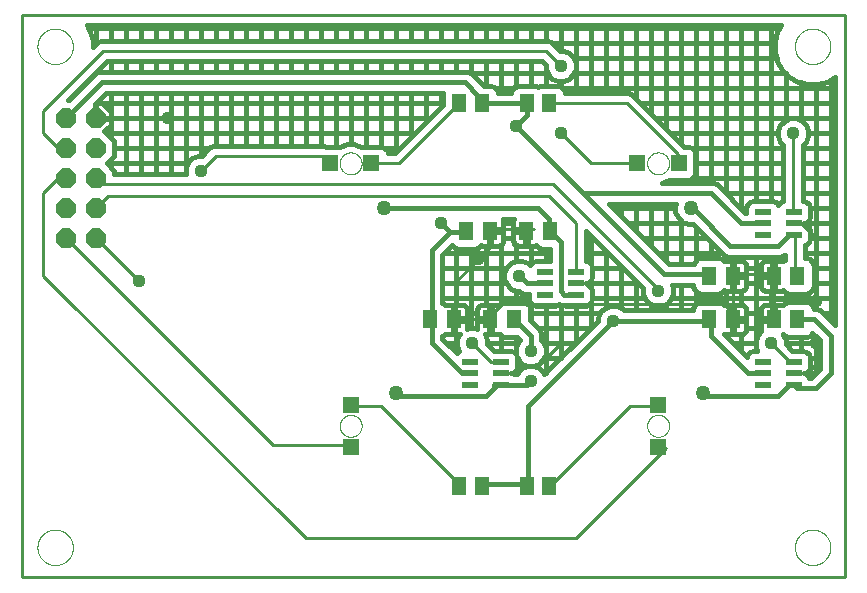
<source format=gbl>
G75*
%MOIN*%
%OFA0B0*%
%FSLAX25Y25*%
%IPPOS*%
%LPD*%
%AMOC8*
5,1,8,0,0,1.08239X$1,22.5*
%
%ADD10C,0.01000*%
%ADD11C,0.00000*%
%ADD12OC8,0.06600*%
%ADD13R,0.05118X0.06299*%
%ADD14R,0.05300X0.02000*%
%ADD15C,0.05000*%
%ADD16R,0.05512X0.05500*%
%ADD17R,0.05500X0.05512*%
%ADD18R,0.05118X0.05906*%
%ADD19C,0.01600*%
%ADD20C,0.04400*%
D10*
X0028300Y0031800D02*
X0028300Y0219261D01*
X0302501Y0219261D01*
X0302501Y0031800D01*
X0028300Y0031800D01*
X0111800Y0075800D02*
X0042800Y0144800D01*
X0052800Y0144800D02*
X0067175Y0130425D01*
X0035300Y0132300D02*
X0122800Y0044800D01*
X0212800Y0044800D01*
X0242800Y0074800D01*
X0240894Y0074800D01*
X0240300Y0075394D01*
X0239800Y0088800D02*
X0230800Y0088800D01*
X0204800Y0062800D01*
X0204040Y0062300D01*
X0196800Y0062800D02*
X0196560Y0062300D01*
X0195800Y0062800D01*
X0181800Y0062800D02*
X0181540Y0062300D01*
X0180800Y0062800D01*
X0174060Y0062300D02*
X0173800Y0062800D01*
X0147800Y0088800D01*
X0137800Y0088800D01*
X0137800Y0089200D01*
X0137800Y0075800D02*
X0137800Y0075394D01*
X0137800Y0075800D02*
X0111800Y0075800D01*
X0152800Y0092800D02*
X0152800Y0093300D01*
X0174800Y0099800D02*
X0177681Y0099800D01*
X0184685Y0103540D02*
X0178300Y0109925D01*
X0184685Y0103540D02*
X0187919Y0103540D01*
X0188425Y0103550D01*
X0187919Y0099800D02*
X0191800Y0099800D01*
X0194300Y0102300D01*
X0200300Y0102300D01*
X0207800Y0109800D01*
X0207800Y0122800D01*
X0188300Y0122800D01*
X0185300Y0119800D01*
X0185300Y0118737D01*
X0184363Y0117800D01*
X0183800Y0117800D01*
X0184363Y0117800D02*
X0172237Y0117800D01*
X0172800Y0118363D01*
X0172800Y0130300D01*
X0180300Y0137800D01*
X0184800Y0142300D01*
X0184800Y0147800D01*
X0198363Y0147800D01*
X0196363Y0147300D01*
X0198800Y0147800D01*
X0204237Y0147300D02*
X0205800Y0147800D01*
X0212800Y0149800D02*
X0203800Y0158800D01*
X0056800Y0158800D01*
X0052800Y0154800D01*
X0054800Y0162800D02*
X0052800Y0164800D01*
X0054800Y0162800D02*
X0205300Y0162800D01*
X0240300Y0127800D01*
X0240300Y0127300D01*
X0256800Y0132800D02*
X0257363Y0132300D01*
X0265237Y0132300D02*
X0265237Y0117800D01*
X0265300Y0117863D01*
X0265300Y0119800D01*
X0262300Y0122800D01*
X0217800Y0122800D01*
X0217800Y0127800D01*
X0215800Y0129800D01*
X0212919Y0129800D01*
X0212919Y0133540D02*
X0212800Y0133800D01*
X0212800Y0149800D01*
X0217800Y0169800D02*
X0207800Y0179800D01*
X0204040Y0189800D02*
X0229800Y0189800D01*
X0246800Y0172800D01*
X0246800Y0169800D01*
X0247200Y0169800D01*
X0233394Y0169800D02*
X0217800Y0169800D01*
X0251300Y0154800D02*
X0251550Y0154800D01*
X0251800Y0154800D01*
X0285300Y0153659D02*
X0285419Y0153540D01*
X0285300Y0153659D02*
X0285300Y0179800D01*
X0285419Y0149800D02*
X0287800Y0149800D01*
X0292800Y0144800D01*
X0292800Y0124300D01*
X0279363Y0124300D01*
X0278863Y0124800D01*
X0278863Y0132300D01*
X0278800Y0132800D01*
X0265800Y0132800D01*
X0265237Y0132300D01*
X0278800Y0131800D02*
X0278863Y0132300D01*
X0285800Y0132800D02*
X0286737Y0132300D01*
X0285800Y0132800D02*
X0285800Y0145800D01*
X0285419Y0146060D01*
X0278863Y0124800D02*
X0278863Y0117800D01*
X0277800Y0109800D02*
X0283800Y0103800D01*
X0285800Y0103800D01*
X0285419Y0103540D01*
X0285419Y0099800D02*
X0289800Y0099800D01*
X0292800Y0102800D01*
X0292800Y0109800D01*
X0292800Y0123800D02*
X0292800Y0124300D01*
X0265237Y0117800D02*
X0264800Y0117800D01*
X0284800Y0095800D02*
X0285419Y0096060D01*
X0240300Y0089200D02*
X0239800Y0088800D01*
X0217800Y0122800D02*
X0207800Y0122800D01*
X0192237Y0117800D02*
X0191800Y0117800D01*
X0164800Y0117800D02*
X0164363Y0117800D01*
X0185540Y0096060D02*
X0187919Y0096060D01*
X0184237Y0147300D02*
X0184800Y0147800D01*
X0176800Y0146800D02*
X0176363Y0147300D01*
X0153800Y0169800D02*
X0144700Y0169800D01*
X0153800Y0169800D02*
X0173800Y0189800D01*
X0174060Y0189800D01*
X0181540Y0189800D02*
X0181800Y0189800D01*
X0202800Y0207300D02*
X0207800Y0202300D01*
X0202800Y0207300D02*
X0055300Y0207300D01*
X0035300Y0187300D01*
X0035300Y0179800D01*
X0040300Y0174800D01*
X0042800Y0174800D01*
X0042800Y0164800D02*
X0040300Y0164800D01*
X0035300Y0159800D01*
X0035300Y0132300D01*
X0087800Y0167300D02*
X0092800Y0172300D01*
X0128394Y0172300D01*
X0130894Y0169800D01*
X0076800Y0184800D02*
X0052800Y0184800D01*
D11*
X0033394Y0208800D02*
X0033396Y0208953D01*
X0033402Y0209107D01*
X0033412Y0209260D01*
X0033426Y0209412D01*
X0033444Y0209565D01*
X0033466Y0209716D01*
X0033491Y0209867D01*
X0033521Y0210018D01*
X0033555Y0210168D01*
X0033592Y0210316D01*
X0033633Y0210464D01*
X0033678Y0210610D01*
X0033727Y0210756D01*
X0033780Y0210900D01*
X0033836Y0211042D01*
X0033896Y0211183D01*
X0033960Y0211323D01*
X0034027Y0211461D01*
X0034098Y0211597D01*
X0034173Y0211731D01*
X0034250Y0211863D01*
X0034332Y0211993D01*
X0034416Y0212121D01*
X0034504Y0212247D01*
X0034595Y0212370D01*
X0034689Y0212491D01*
X0034787Y0212609D01*
X0034887Y0212725D01*
X0034991Y0212838D01*
X0035097Y0212949D01*
X0035206Y0213057D01*
X0035318Y0213162D01*
X0035432Y0213263D01*
X0035550Y0213362D01*
X0035669Y0213458D01*
X0035791Y0213551D01*
X0035916Y0213640D01*
X0036043Y0213727D01*
X0036172Y0213809D01*
X0036303Y0213889D01*
X0036436Y0213965D01*
X0036571Y0214038D01*
X0036708Y0214107D01*
X0036847Y0214172D01*
X0036987Y0214234D01*
X0037129Y0214292D01*
X0037272Y0214347D01*
X0037417Y0214398D01*
X0037563Y0214445D01*
X0037710Y0214488D01*
X0037858Y0214527D01*
X0038007Y0214563D01*
X0038157Y0214594D01*
X0038308Y0214622D01*
X0038459Y0214646D01*
X0038612Y0214666D01*
X0038764Y0214682D01*
X0038917Y0214694D01*
X0039070Y0214702D01*
X0039223Y0214706D01*
X0039377Y0214706D01*
X0039530Y0214702D01*
X0039683Y0214694D01*
X0039836Y0214682D01*
X0039988Y0214666D01*
X0040141Y0214646D01*
X0040292Y0214622D01*
X0040443Y0214594D01*
X0040593Y0214563D01*
X0040742Y0214527D01*
X0040890Y0214488D01*
X0041037Y0214445D01*
X0041183Y0214398D01*
X0041328Y0214347D01*
X0041471Y0214292D01*
X0041613Y0214234D01*
X0041753Y0214172D01*
X0041892Y0214107D01*
X0042029Y0214038D01*
X0042164Y0213965D01*
X0042297Y0213889D01*
X0042428Y0213809D01*
X0042557Y0213727D01*
X0042684Y0213640D01*
X0042809Y0213551D01*
X0042931Y0213458D01*
X0043050Y0213362D01*
X0043168Y0213263D01*
X0043282Y0213162D01*
X0043394Y0213057D01*
X0043503Y0212949D01*
X0043609Y0212838D01*
X0043713Y0212725D01*
X0043813Y0212609D01*
X0043911Y0212491D01*
X0044005Y0212370D01*
X0044096Y0212247D01*
X0044184Y0212121D01*
X0044268Y0211993D01*
X0044350Y0211863D01*
X0044427Y0211731D01*
X0044502Y0211597D01*
X0044573Y0211461D01*
X0044640Y0211323D01*
X0044704Y0211183D01*
X0044764Y0211042D01*
X0044820Y0210900D01*
X0044873Y0210756D01*
X0044922Y0210610D01*
X0044967Y0210464D01*
X0045008Y0210316D01*
X0045045Y0210168D01*
X0045079Y0210018D01*
X0045109Y0209867D01*
X0045134Y0209716D01*
X0045156Y0209565D01*
X0045174Y0209412D01*
X0045188Y0209260D01*
X0045198Y0209107D01*
X0045204Y0208953D01*
X0045206Y0208800D01*
X0045204Y0208647D01*
X0045198Y0208493D01*
X0045188Y0208340D01*
X0045174Y0208188D01*
X0045156Y0208035D01*
X0045134Y0207884D01*
X0045109Y0207733D01*
X0045079Y0207582D01*
X0045045Y0207432D01*
X0045008Y0207284D01*
X0044967Y0207136D01*
X0044922Y0206990D01*
X0044873Y0206844D01*
X0044820Y0206700D01*
X0044764Y0206558D01*
X0044704Y0206417D01*
X0044640Y0206277D01*
X0044573Y0206139D01*
X0044502Y0206003D01*
X0044427Y0205869D01*
X0044350Y0205737D01*
X0044268Y0205607D01*
X0044184Y0205479D01*
X0044096Y0205353D01*
X0044005Y0205230D01*
X0043911Y0205109D01*
X0043813Y0204991D01*
X0043713Y0204875D01*
X0043609Y0204762D01*
X0043503Y0204651D01*
X0043394Y0204543D01*
X0043282Y0204438D01*
X0043168Y0204337D01*
X0043050Y0204238D01*
X0042931Y0204142D01*
X0042809Y0204049D01*
X0042684Y0203960D01*
X0042557Y0203873D01*
X0042428Y0203791D01*
X0042297Y0203711D01*
X0042164Y0203635D01*
X0042029Y0203562D01*
X0041892Y0203493D01*
X0041753Y0203428D01*
X0041613Y0203366D01*
X0041471Y0203308D01*
X0041328Y0203253D01*
X0041183Y0203202D01*
X0041037Y0203155D01*
X0040890Y0203112D01*
X0040742Y0203073D01*
X0040593Y0203037D01*
X0040443Y0203006D01*
X0040292Y0202978D01*
X0040141Y0202954D01*
X0039988Y0202934D01*
X0039836Y0202918D01*
X0039683Y0202906D01*
X0039530Y0202898D01*
X0039377Y0202894D01*
X0039223Y0202894D01*
X0039070Y0202898D01*
X0038917Y0202906D01*
X0038764Y0202918D01*
X0038612Y0202934D01*
X0038459Y0202954D01*
X0038308Y0202978D01*
X0038157Y0203006D01*
X0038007Y0203037D01*
X0037858Y0203073D01*
X0037710Y0203112D01*
X0037563Y0203155D01*
X0037417Y0203202D01*
X0037272Y0203253D01*
X0037129Y0203308D01*
X0036987Y0203366D01*
X0036847Y0203428D01*
X0036708Y0203493D01*
X0036571Y0203562D01*
X0036436Y0203635D01*
X0036303Y0203711D01*
X0036172Y0203791D01*
X0036043Y0203873D01*
X0035916Y0203960D01*
X0035791Y0204049D01*
X0035669Y0204142D01*
X0035550Y0204238D01*
X0035432Y0204337D01*
X0035318Y0204438D01*
X0035206Y0204543D01*
X0035097Y0204651D01*
X0034991Y0204762D01*
X0034887Y0204875D01*
X0034787Y0204991D01*
X0034689Y0205109D01*
X0034595Y0205230D01*
X0034504Y0205353D01*
X0034416Y0205479D01*
X0034332Y0205607D01*
X0034250Y0205737D01*
X0034173Y0205869D01*
X0034098Y0206003D01*
X0034027Y0206139D01*
X0033960Y0206277D01*
X0033896Y0206417D01*
X0033836Y0206558D01*
X0033780Y0206700D01*
X0033727Y0206844D01*
X0033678Y0206990D01*
X0033633Y0207136D01*
X0033592Y0207284D01*
X0033555Y0207432D01*
X0033521Y0207582D01*
X0033491Y0207733D01*
X0033466Y0207884D01*
X0033444Y0208035D01*
X0033426Y0208188D01*
X0033412Y0208340D01*
X0033402Y0208493D01*
X0033396Y0208647D01*
X0033394Y0208800D01*
X0134150Y0169800D02*
X0134152Y0169921D01*
X0134158Y0170041D01*
X0134168Y0170162D01*
X0134182Y0170281D01*
X0134200Y0170401D01*
X0134222Y0170519D01*
X0134247Y0170637D01*
X0134277Y0170754D01*
X0134310Y0170870D01*
X0134348Y0170985D01*
X0134389Y0171099D01*
X0134434Y0171211D01*
X0134482Y0171321D01*
X0134534Y0171430D01*
X0134590Y0171537D01*
X0134649Y0171642D01*
X0134712Y0171746D01*
X0134778Y0171847D01*
X0134847Y0171945D01*
X0134920Y0172042D01*
X0134995Y0172136D01*
X0135074Y0172227D01*
X0135156Y0172316D01*
X0135240Y0172402D01*
X0135328Y0172485D01*
X0135418Y0172566D01*
X0135511Y0172643D01*
X0135606Y0172717D01*
X0135704Y0172788D01*
X0135804Y0172856D01*
X0135906Y0172920D01*
X0136010Y0172981D01*
X0136116Y0173038D01*
X0136224Y0173092D01*
X0136334Y0173143D01*
X0136445Y0173189D01*
X0136558Y0173232D01*
X0136672Y0173271D01*
X0136787Y0173307D01*
X0136904Y0173338D01*
X0137021Y0173366D01*
X0137140Y0173390D01*
X0137259Y0173410D01*
X0137378Y0173426D01*
X0137499Y0173438D01*
X0137619Y0173446D01*
X0137740Y0173450D01*
X0137860Y0173450D01*
X0137981Y0173446D01*
X0138101Y0173438D01*
X0138222Y0173426D01*
X0138341Y0173410D01*
X0138460Y0173390D01*
X0138579Y0173366D01*
X0138696Y0173338D01*
X0138813Y0173307D01*
X0138928Y0173271D01*
X0139042Y0173232D01*
X0139155Y0173189D01*
X0139266Y0173143D01*
X0139376Y0173092D01*
X0139484Y0173038D01*
X0139590Y0172981D01*
X0139694Y0172920D01*
X0139796Y0172856D01*
X0139896Y0172788D01*
X0139994Y0172717D01*
X0140089Y0172643D01*
X0140182Y0172566D01*
X0140272Y0172485D01*
X0140360Y0172402D01*
X0140444Y0172316D01*
X0140526Y0172227D01*
X0140605Y0172136D01*
X0140680Y0172042D01*
X0140753Y0171945D01*
X0140822Y0171847D01*
X0140888Y0171746D01*
X0140951Y0171642D01*
X0141010Y0171537D01*
X0141066Y0171430D01*
X0141118Y0171321D01*
X0141166Y0171211D01*
X0141211Y0171099D01*
X0141252Y0170985D01*
X0141290Y0170870D01*
X0141323Y0170754D01*
X0141353Y0170637D01*
X0141378Y0170519D01*
X0141400Y0170401D01*
X0141418Y0170281D01*
X0141432Y0170162D01*
X0141442Y0170041D01*
X0141448Y0169921D01*
X0141450Y0169800D01*
X0141448Y0169679D01*
X0141442Y0169559D01*
X0141432Y0169438D01*
X0141418Y0169319D01*
X0141400Y0169199D01*
X0141378Y0169081D01*
X0141353Y0168963D01*
X0141323Y0168846D01*
X0141290Y0168730D01*
X0141252Y0168615D01*
X0141211Y0168501D01*
X0141166Y0168389D01*
X0141118Y0168279D01*
X0141066Y0168170D01*
X0141010Y0168063D01*
X0140951Y0167958D01*
X0140888Y0167854D01*
X0140822Y0167753D01*
X0140753Y0167655D01*
X0140680Y0167558D01*
X0140605Y0167464D01*
X0140526Y0167373D01*
X0140444Y0167284D01*
X0140360Y0167198D01*
X0140272Y0167115D01*
X0140182Y0167034D01*
X0140089Y0166957D01*
X0139994Y0166883D01*
X0139896Y0166812D01*
X0139796Y0166744D01*
X0139694Y0166680D01*
X0139590Y0166619D01*
X0139484Y0166562D01*
X0139376Y0166508D01*
X0139266Y0166457D01*
X0139155Y0166411D01*
X0139042Y0166368D01*
X0138928Y0166329D01*
X0138813Y0166293D01*
X0138696Y0166262D01*
X0138579Y0166234D01*
X0138460Y0166210D01*
X0138341Y0166190D01*
X0138222Y0166174D01*
X0138101Y0166162D01*
X0137981Y0166154D01*
X0137860Y0166150D01*
X0137740Y0166150D01*
X0137619Y0166154D01*
X0137499Y0166162D01*
X0137378Y0166174D01*
X0137259Y0166190D01*
X0137140Y0166210D01*
X0137021Y0166234D01*
X0136904Y0166262D01*
X0136787Y0166293D01*
X0136672Y0166329D01*
X0136558Y0166368D01*
X0136445Y0166411D01*
X0136334Y0166457D01*
X0136224Y0166508D01*
X0136116Y0166562D01*
X0136010Y0166619D01*
X0135906Y0166680D01*
X0135804Y0166744D01*
X0135704Y0166812D01*
X0135606Y0166883D01*
X0135511Y0166957D01*
X0135418Y0167034D01*
X0135328Y0167115D01*
X0135240Y0167198D01*
X0135156Y0167284D01*
X0135074Y0167373D01*
X0134995Y0167464D01*
X0134920Y0167558D01*
X0134847Y0167655D01*
X0134778Y0167753D01*
X0134712Y0167854D01*
X0134649Y0167958D01*
X0134590Y0168063D01*
X0134534Y0168170D01*
X0134482Y0168279D01*
X0134434Y0168389D01*
X0134389Y0168501D01*
X0134348Y0168615D01*
X0134310Y0168730D01*
X0134277Y0168846D01*
X0134247Y0168963D01*
X0134222Y0169081D01*
X0134200Y0169199D01*
X0134182Y0169319D01*
X0134168Y0169438D01*
X0134158Y0169559D01*
X0134152Y0169679D01*
X0134150Y0169800D01*
X0236650Y0169800D02*
X0236652Y0169921D01*
X0236658Y0170041D01*
X0236668Y0170162D01*
X0236682Y0170281D01*
X0236700Y0170401D01*
X0236722Y0170519D01*
X0236747Y0170637D01*
X0236777Y0170754D01*
X0236810Y0170870D01*
X0236848Y0170985D01*
X0236889Y0171099D01*
X0236934Y0171211D01*
X0236982Y0171321D01*
X0237034Y0171430D01*
X0237090Y0171537D01*
X0237149Y0171642D01*
X0237212Y0171746D01*
X0237278Y0171847D01*
X0237347Y0171945D01*
X0237420Y0172042D01*
X0237495Y0172136D01*
X0237574Y0172227D01*
X0237656Y0172316D01*
X0237740Y0172402D01*
X0237828Y0172485D01*
X0237918Y0172566D01*
X0238011Y0172643D01*
X0238106Y0172717D01*
X0238204Y0172788D01*
X0238304Y0172856D01*
X0238406Y0172920D01*
X0238510Y0172981D01*
X0238616Y0173038D01*
X0238724Y0173092D01*
X0238834Y0173143D01*
X0238945Y0173189D01*
X0239058Y0173232D01*
X0239172Y0173271D01*
X0239287Y0173307D01*
X0239404Y0173338D01*
X0239521Y0173366D01*
X0239640Y0173390D01*
X0239759Y0173410D01*
X0239878Y0173426D01*
X0239999Y0173438D01*
X0240119Y0173446D01*
X0240240Y0173450D01*
X0240360Y0173450D01*
X0240481Y0173446D01*
X0240601Y0173438D01*
X0240722Y0173426D01*
X0240841Y0173410D01*
X0240960Y0173390D01*
X0241079Y0173366D01*
X0241196Y0173338D01*
X0241313Y0173307D01*
X0241428Y0173271D01*
X0241542Y0173232D01*
X0241655Y0173189D01*
X0241766Y0173143D01*
X0241876Y0173092D01*
X0241984Y0173038D01*
X0242090Y0172981D01*
X0242194Y0172920D01*
X0242296Y0172856D01*
X0242396Y0172788D01*
X0242494Y0172717D01*
X0242589Y0172643D01*
X0242682Y0172566D01*
X0242772Y0172485D01*
X0242860Y0172402D01*
X0242944Y0172316D01*
X0243026Y0172227D01*
X0243105Y0172136D01*
X0243180Y0172042D01*
X0243253Y0171945D01*
X0243322Y0171847D01*
X0243388Y0171746D01*
X0243451Y0171642D01*
X0243510Y0171537D01*
X0243566Y0171430D01*
X0243618Y0171321D01*
X0243666Y0171211D01*
X0243711Y0171099D01*
X0243752Y0170985D01*
X0243790Y0170870D01*
X0243823Y0170754D01*
X0243853Y0170637D01*
X0243878Y0170519D01*
X0243900Y0170401D01*
X0243918Y0170281D01*
X0243932Y0170162D01*
X0243942Y0170041D01*
X0243948Y0169921D01*
X0243950Y0169800D01*
X0243948Y0169679D01*
X0243942Y0169559D01*
X0243932Y0169438D01*
X0243918Y0169319D01*
X0243900Y0169199D01*
X0243878Y0169081D01*
X0243853Y0168963D01*
X0243823Y0168846D01*
X0243790Y0168730D01*
X0243752Y0168615D01*
X0243711Y0168501D01*
X0243666Y0168389D01*
X0243618Y0168279D01*
X0243566Y0168170D01*
X0243510Y0168063D01*
X0243451Y0167958D01*
X0243388Y0167854D01*
X0243322Y0167753D01*
X0243253Y0167655D01*
X0243180Y0167558D01*
X0243105Y0167464D01*
X0243026Y0167373D01*
X0242944Y0167284D01*
X0242860Y0167198D01*
X0242772Y0167115D01*
X0242682Y0167034D01*
X0242589Y0166957D01*
X0242494Y0166883D01*
X0242396Y0166812D01*
X0242296Y0166744D01*
X0242194Y0166680D01*
X0242090Y0166619D01*
X0241984Y0166562D01*
X0241876Y0166508D01*
X0241766Y0166457D01*
X0241655Y0166411D01*
X0241542Y0166368D01*
X0241428Y0166329D01*
X0241313Y0166293D01*
X0241196Y0166262D01*
X0241079Y0166234D01*
X0240960Y0166210D01*
X0240841Y0166190D01*
X0240722Y0166174D01*
X0240601Y0166162D01*
X0240481Y0166154D01*
X0240360Y0166150D01*
X0240240Y0166150D01*
X0240119Y0166154D01*
X0239999Y0166162D01*
X0239878Y0166174D01*
X0239759Y0166190D01*
X0239640Y0166210D01*
X0239521Y0166234D01*
X0239404Y0166262D01*
X0239287Y0166293D01*
X0239172Y0166329D01*
X0239058Y0166368D01*
X0238945Y0166411D01*
X0238834Y0166457D01*
X0238724Y0166508D01*
X0238616Y0166562D01*
X0238510Y0166619D01*
X0238406Y0166680D01*
X0238304Y0166744D01*
X0238204Y0166812D01*
X0238106Y0166883D01*
X0238011Y0166957D01*
X0237918Y0167034D01*
X0237828Y0167115D01*
X0237740Y0167198D01*
X0237656Y0167284D01*
X0237574Y0167373D01*
X0237495Y0167464D01*
X0237420Y0167558D01*
X0237347Y0167655D01*
X0237278Y0167753D01*
X0237212Y0167854D01*
X0237149Y0167958D01*
X0237090Y0168063D01*
X0237034Y0168170D01*
X0236982Y0168279D01*
X0236934Y0168389D01*
X0236889Y0168501D01*
X0236848Y0168615D01*
X0236810Y0168730D01*
X0236777Y0168846D01*
X0236747Y0168963D01*
X0236722Y0169081D01*
X0236700Y0169199D01*
X0236682Y0169319D01*
X0236668Y0169438D01*
X0236658Y0169559D01*
X0236652Y0169679D01*
X0236650Y0169800D01*
X0285894Y0208800D02*
X0285896Y0208953D01*
X0285902Y0209107D01*
X0285912Y0209260D01*
X0285926Y0209412D01*
X0285944Y0209565D01*
X0285966Y0209716D01*
X0285991Y0209867D01*
X0286021Y0210018D01*
X0286055Y0210168D01*
X0286092Y0210316D01*
X0286133Y0210464D01*
X0286178Y0210610D01*
X0286227Y0210756D01*
X0286280Y0210900D01*
X0286336Y0211042D01*
X0286396Y0211183D01*
X0286460Y0211323D01*
X0286527Y0211461D01*
X0286598Y0211597D01*
X0286673Y0211731D01*
X0286750Y0211863D01*
X0286832Y0211993D01*
X0286916Y0212121D01*
X0287004Y0212247D01*
X0287095Y0212370D01*
X0287189Y0212491D01*
X0287287Y0212609D01*
X0287387Y0212725D01*
X0287491Y0212838D01*
X0287597Y0212949D01*
X0287706Y0213057D01*
X0287818Y0213162D01*
X0287932Y0213263D01*
X0288050Y0213362D01*
X0288169Y0213458D01*
X0288291Y0213551D01*
X0288416Y0213640D01*
X0288543Y0213727D01*
X0288672Y0213809D01*
X0288803Y0213889D01*
X0288936Y0213965D01*
X0289071Y0214038D01*
X0289208Y0214107D01*
X0289347Y0214172D01*
X0289487Y0214234D01*
X0289629Y0214292D01*
X0289772Y0214347D01*
X0289917Y0214398D01*
X0290063Y0214445D01*
X0290210Y0214488D01*
X0290358Y0214527D01*
X0290507Y0214563D01*
X0290657Y0214594D01*
X0290808Y0214622D01*
X0290959Y0214646D01*
X0291112Y0214666D01*
X0291264Y0214682D01*
X0291417Y0214694D01*
X0291570Y0214702D01*
X0291723Y0214706D01*
X0291877Y0214706D01*
X0292030Y0214702D01*
X0292183Y0214694D01*
X0292336Y0214682D01*
X0292488Y0214666D01*
X0292641Y0214646D01*
X0292792Y0214622D01*
X0292943Y0214594D01*
X0293093Y0214563D01*
X0293242Y0214527D01*
X0293390Y0214488D01*
X0293537Y0214445D01*
X0293683Y0214398D01*
X0293828Y0214347D01*
X0293971Y0214292D01*
X0294113Y0214234D01*
X0294253Y0214172D01*
X0294392Y0214107D01*
X0294529Y0214038D01*
X0294664Y0213965D01*
X0294797Y0213889D01*
X0294928Y0213809D01*
X0295057Y0213727D01*
X0295184Y0213640D01*
X0295309Y0213551D01*
X0295431Y0213458D01*
X0295550Y0213362D01*
X0295668Y0213263D01*
X0295782Y0213162D01*
X0295894Y0213057D01*
X0296003Y0212949D01*
X0296109Y0212838D01*
X0296213Y0212725D01*
X0296313Y0212609D01*
X0296411Y0212491D01*
X0296505Y0212370D01*
X0296596Y0212247D01*
X0296684Y0212121D01*
X0296768Y0211993D01*
X0296850Y0211863D01*
X0296927Y0211731D01*
X0297002Y0211597D01*
X0297073Y0211461D01*
X0297140Y0211323D01*
X0297204Y0211183D01*
X0297264Y0211042D01*
X0297320Y0210900D01*
X0297373Y0210756D01*
X0297422Y0210610D01*
X0297467Y0210464D01*
X0297508Y0210316D01*
X0297545Y0210168D01*
X0297579Y0210018D01*
X0297609Y0209867D01*
X0297634Y0209716D01*
X0297656Y0209565D01*
X0297674Y0209412D01*
X0297688Y0209260D01*
X0297698Y0209107D01*
X0297704Y0208953D01*
X0297706Y0208800D01*
X0297704Y0208647D01*
X0297698Y0208493D01*
X0297688Y0208340D01*
X0297674Y0208188D01*
X0297656Y0208035D01*
X0297634Y0207884D01*
X0297609Y0207733D01*
X0297579Y0207582D01*
X0297545Y0207432D01*
X0297508Y0207284D01*
X0297467Y0207136D01*
X0297422Y0206990D01*
X0297373Y0206844D01*
X0297320Y0206700D01*
X0297264Y0206558D01*
X0297204Y0206417D01*
X0297140Y0206277D01*
X0297073Y0206139D01*
X0297002Y0206003D01*
X0296927Y0205869D01*
X0296850Y0205737D01*
X0296768Y0205607D01*
X0296684Y0205479D01*
X0296596Y0205353D01*
X0296505Y0205230D01*
X0296411Y0205109D01*
X0296313Y0204991D01*
X0296213Y0204875D01*
X0296109Y0204762D01*
X0296003Y0204651D01*
X0295894Y0204543D01*
X0295782Y0204438D01*
X0295668Y0204337D01*
X0295550Y0204238D01*
X0295431Y0204142D01*
X0295309Y0204049D01*
X0295184Y0203960D01*
X0295057Y0203873D01*
X0294928Y0203791D01*
X0294797Y0203711D01*
X0294664Y0203635D01*
X0294529Y0203562D01*
X0294392Y0203493D01*
X0294253Y0203428D01*
X0294113Y0203366D01*
X0293971Y0203308D01*
X0293828Y0203253D01*
X0293683Y0203202D01*
X0293537Y0203155D01*
X0293390Y0203112D01*
X0293242Y0203073D01*
X0293093Y0203037D01*
X0292943Y0203006D01*
X0292792Y0202978D01*
X0292641Y0202954D01*
X0292488Y0202934D01*
X0292336Y0202918D01*
X0292183Y0202906D01*
X0292030Y0202898D01*
X0291877Y0202894D01*
X0291723Y0202894D01*
X0291570Y0202898D01*
X0291417Y0202906D01*
X0291264Y0202918D01*
X0291112Y0202934D01*
X0290959Y0202954D01*
X0290808Y0202978D01*
X0290657Y0203006D01*
X0290507Y0203037D01*
X0290358Y0203073D01*
X0290210Y0203112D01*
X0290063Y0203155D01*
X0289917Y0203202D01*
X0289772Y0203253D01*
X0289629Y0203308D01*
X0289487Y0203366D01*
X0289347Y0203428D01*
X0289208Y0203493D01*
X0289071Y0203562D01*
X0288936Y0203635D01*
X0288803Y0203711D01*
X0288672Y0203791D01*
X0288543Y0203873D01*
X0288416Y0203960D01*
X0288291Y0204049D01*
X0288169Y0204142D01*
X0288050Y0204238D01*
X0287932Y0204337D01*
X0287818Y0204438D01*
X0287706Y0204543D01*
X0287597Y0204651D01*
X0287491Y0204762D01*
X0287387Y0204875D01*
X0287287Y0204991D01*
X0287189Y0205109D01*
X0287095Y0205230D01*
X0287004Y0205353D01*
X0286916Y0205479D01*
X0286832Y0205607D01*
X0286750Y0205737D01*
X0286673Y0205869D01*
X0286598Y0206003D01*
X0286527Y0206139D01*
X0286460Y0206277D01*
X0286396Y0206417D01*
X0286336Y0206558D01*
X0286280Y0206700D01*
X0286227Y0206844D01*
X0286178Y0206990D01*
X0286133Y0207136D01*
X0286092Y0207284D01*
X0286055Y0207432D01*
X0286021Y0207582D01*
X0285991Y0207733D01*
X0285966Y0207884D01*
X0285944Y0208035D01*
X0285926Y0208188D01*
X0285912Y0208340D01*
X0285902Y0208493D01*
X0285896Y0208647D01*
X0285894Y0208800D01*
X0236650Y0082300D02*
X0236652Y0082421D01*
X0236658Y0082541D01*
X0236668Y0082662D01*
X0236682Y0082781D01*
X0236700Y0082901D01*
X0236722Y0083019D01*
X0236747Y0083137D01*
X0236777Y0083254D01*
X0236810Y0083370D01*
X0236848Y0083485D01*
X0236889Y0083599D01*
X0236934Y0083711D01*
X0236982Y0083821D01*
X0237034Y0083930D01*
X0237090Y0084037D01*
X0237149Y0084142D01*
X0237212Y0084246D01*
X0237278Y0084347D01*
X0237347Y0084445D01*
X0237420Y0084542D01*
X0237495Y0084636D01*
X0237574Y0084727D01*
X0237656Y0084816D01*
X0237740Y0084902D01*
X0237828Y0084985D01*
X0237918Y0085066D01*
X0238011Y0085143D01*
X0238106Y0085217D01*
X0238204Y0085288D01*
X0238304Y0085356D01*
X0238406Y0085420D01*
X0238510Y0085481D01*
X0238616Y0085538D01*
X0238724Y0085592D01*
X0238834Y0085643D01*
X0238945Y0085689D01*
X0239058Y0085732D01*
X0239172Y0085771D01*
X0239287Y0085807D01*
X0239404Y0085838D01*
X0239521Y0085866D01*
X0239640Y0085890D01*
X0239759Y0085910D01*
X0239878Y0085926D01*
X0239999Y0085938D01*
X0240119Y0085946D01*
X0240240Y0085950D01*
X0240360Y0085950D01*
X0240481Y0085946D01*
X0240601Y0085938D01*
X0240722Y0085926D01*
X0240841Y0085910D01*
X0240960Y0085890D01*
X0241079Y0085866D01*
X0241196Y0085838D01*
X0241313Y0085807D01*
X0241428Y0085771D01*
X0241542Y0085732D01*
X0241655Y0085689D01*
X0241766Y0085643D01*
X0241876Y0085592D01*
X0241984Y0085538D01*
X0242090Y0085481D01*
X0242194Y0085420D01*
X0242296Y0085356D01*
X0242396Y0085288D01*
X0242494Y0085217D01*
X0242589Y0085143D01*
X0242682Y0085066D01*
X0242772Y0084985D01*
X0242860Y0084902D01*
X0242944Y0084816D01*
X0243026Y0084727D01*
X0243105Y0084636D01*
X0243180Y0084542D01*
X0243253Y0084445D01*
X0243322Y0084347D01*
X0243388Y0084246D01*
X0243451Y0084142D01*
X0243510Y0084037D01*
X0243566Y0083930D01*
X0243618Y0083821D01*
X0243666Y0083711D01*
X0243711Y0083599D01*
X0243752Y0083485D01*
X0243790Y0083370D01*
X0243823Y0083254D01*
X0243853Y0083137D01*
X0243878Y0083019D01*
X0243900Y0082901D01*
X0243918Y0082781D01*
X0243932Y0082662D01*
X0243942Y0082541D01*
X0243948Y0082421D01*
X0243950Y0082300D01*
X0243948Y0082179D01*
X0243942Y0082059D01*
X0243932Y0081938D01*
X0243918Y0081819D01*
X0243900Y0081699D01*
X0243878Y0081581D01*
X0243853Y0081463D01*
X0243823Y0081346D01*
X0243790Y0081230D01*
X0243752Y0081115D01*
X0243711Y0081001D01*
X0243666Y0080889D01*
X0243618Y0080779D01*
X0243566Y0080670D01*
X0243510Y0080563D01*
X0243451Y0080458D01*
X0243388Y0080354D01*
X0243322Y0080253D01*
X0243253Y0080155D01*
X0243180Y0080058D01*
X0243105Y0079964D01*
X0243026Y0079873D01*
X0242944Y0079784D01*
X0242860Y0079698D01*
X0242772Y0079615D01*
X0242682Y0079534D01*
X0242589Y0079457D01*
X0242494Y0079383D01*
X0242396Y0079312D01*
X0242296Y0079244D01*
X0242194Y0079180D01*
X0242090Y0079119D01*
X0241984Y0079062D01*
X0241876Y0079008D01*
X0241766Y0078957D01*
X0241655Y0078911D01*
X0241542Y0078868D01*
X0241428Y0078829D01*
X0241313Y0078793D01*
X0241196Y0078762D01*
X0241079Y0078734D01*
X0240960Y0078710D01*
X0240841Y0078690D01*
X0240722Y0078674D01*
X0240601Y0078662D01*
X0240481Y0078654D01*
X0240360Y0078650D01*
X0240240Y0078650D01*
X0240119Y0078654D01*
X0239999Y0078662D01*
X0239878Y0078674D01*
X0239759Y0078690D01*
X0239640Y0078710D01*
X0239521Y0078734D01*
X0239404Y0078762D01*
X0239287Y0078793D01*
X0239172Y0078829D01*
X0239058Y0078868D01*
X0238945Y0078911D01*
X0238834Y0078957D01*
X0238724Y0079008D01*
X0238616Y0079062D01*
X0238510Y0079119D01*
X0238406Y0079180D01*
X0238304Y0079244D01*
X0238204Y0079312D01*
X0238106Y0079383D01*
X0238011Y0079457D01*
X0237918Y0079534D01*
X0237828Y0079615D01*
X0237740Y0079698D01*
X0237656Y0079784D01*
X0237574Y0079873D01*
X0237495Y0079964D01*
X0237420Y0080058D01*
X0237347Y0080155D01*
X0237278Y0080253D01*
X0237212Y0080354D01*
X0237149Y0080458D01*
X0237090Y0080563D01*
X0237034Y0080670D01*
X0236982Y0080779D01*
X0236934Y0080889D01*
X0236889Y0081001D01*
X0236848Y0081115D01*
X0236810Y0081230D01*
X0236777Y0081346D01*
X0236747Y0081463D01*
X0236722Y0081581D01*
X0236700Y0081699D01*
X0236682Y0081819D01*
X0236668Y0081938D01*
X0236658Y0082059D01*
X0236652Y0082179D01*
X0236650Y0082300D01*
X0285894Y0041800D02*
X0285896Y0041953D01*
X0285902Y0042107D01*
X0285912Y0042260D01*
X0285926Y0042412D01*
X0285944Y0042565D01*
X0285966Y0042716D01*
X0285991Y0042867D01*
X0286021Y0043018D01*
X0286055Y0043168D01*
X0286092Y0043316D01*
X0286133Y0043464D01*
X0286178Y0043610D01*
X0286227Y0043756D01*
X0286280Y0043900D01*
X0286336Y0044042D01*
X0286396Y0044183D01*
X0286460Y0044323D01*
X0286527Y0044461D01*
X0286598Y0044597D01*
X0286673Y0044731D01*
X0286750Y0044863D01*
X0286832Y0044993D01*
X0286916Y0045121D01*
X0287004Y0045247D01*
X0287095Y0045370D01*
X0287189Y0045491D01*
X0287287Y0045609D01*
X0287387Y0045725D01*
X0287491Y0045838D01*
X0287597Y0045949D01*
X0287706Y0046057D01*
X0287818Y0046162D01*
X0287932Y0046263D01*
X0288050Y0046362D01*
X0288169Y0046458D01*
X0288291Y0046551D01*
X0288416Y0046640D01*
X0288543Y0046727D01*
X0288672Y0046809D01*
X0288803Y0046889D01*
X0288936Y0046965D01*
X0289071Y0047038D01*
X0289208Y0047107D01*
X0289347Y0047172D01*
X0289487Y0047234D01*
X0289629Y0047292D01*
X0289772Y0047347D01*
X0289917Y0047398D01*
X0290063Y0047445D01*
X0290210Y0047488D01*
X0290358Y0047527D01*
X0290507Y0047563D01*
X0290657Y0047594D01*
X0290808Y0047622D01*
X0290959Y0047646D01*
X0291112Y0047666D01*
X0291264Y0047682D01*
X0291417Y0047694D01*
X0291570Y0047702D01*
X0291723Y0047706D01*
X0291877Y0047706D01*
X0292030Y0047702D01*
X0292183Y0047694D01*
X0292336Y0047682D01*
X0292488Y0047666D01*
X0292641Y0047646D01*
X0292792Y0047622D01*
X0292943Y0047594D01*
X0293093Y0047563D01*
X0293242Y0047527D01*
X0293390Y0047488D01*
X0293537Y0047445D01*
X0293683Y0047398D01*
X0293828Y0047347D01*
X0293971Y0047292D01*
X0294113Y0047234D01*
X0294253Y0047172D01*
X0294392Y0047107D01*
X0294529Y0047038D01*
X0294664Y0046965D01*
X0294797Y0046889D01*
X0294928Y0046809D01*
X0295057Y0046727D01*
X0295184Y0046640D01*
X0295309Y0046551D01*
X0295431Y0046458D01*
X0295550Y0046362D01*
X0295668Y0046263D01*
X0295782Y0046162D01*
X0295894Y0046057D01*
X0296003Y0045949D01*
X0296109Y0045838D01*
X0296213Y0045725D01*
X0296313Y0045609D01*
X0296411Y0045491D01*
X0296505Y0045370D01*
X0296596Y0045247D01*
X0296684Y0045121D01*
X0296768Y0044993D01*
X0296850Y0044863D01*
X0296927Y0044731D01*
X0297002Y0044597D01*
X0297073Y0044461D01*
X0297140Y0044323D01*
X0297204Y0044183D01*
X0297264Y0044042D01*
X0297320Y0043900D01*
X0297373Y0043756D01*
X0297422Y0043610D01*
X0297467Y0043464D01*
X0297508Y0043316D01*
X0297545Y0043168D01*
X0297579Y0043018D01*
X0297609Y0042867D01*
X0297634Y0042716D01*
X0297656Y0042565D01*
X0297674Y0042412D01*
X0297688Y0042260D01*
X0297698Y0042107D01*
X0297704Y0041953D01*
X0297706Y0041800D01*
X0297704Y0041647D01*
X0297698Y0041493D01*
X0297688Y0041340D01*
X0297674Y0041188D01*
X0297656Y0041035D01*
X0297634Y0040884D01*
X0297609Y0040733D01*
X0297579Y0040582D01*
X0297545Y0040432D01*
X0297508Y0040284D01*
X0297467Y0040136D01*
X0297422Y0039990D01*
X0297373Y0039844D01*
X0297320Y0039700D01*
X0297264Y0039558D01*
X0297204Y0039417D01*
X0297140Y0039277D01*
X0297073Y0039139D01*
X0297002Y0039003D01*
X0296927Y0038869D01*
X0296850Y0038737D01*
X0296768Y0038607D01*
X0296684Y0038479D01*
X0296596Y0038353D01*
X0296505Y0038230D01*
X0296411Y0038109D01*
X0296313Y0037991D01*
X0296213Y0037875D01*
X0296109Y0037762D01*
X0296003Y0037651D01*
X0295894Y0037543D01*
X0295782Y0037438D01*
X0295668Y0037337D01*
X0295550Y0037238D01*
X0295431Y0037142D01*
X0295309Y0037049D01*
X0295184Y0036960D01*
X0295057Y0036873D01*
X0294928Y0036791D01*
X0294797Y0036711D01*
X0294664Y0036635D01*
X0294529Y0036562D01*
X0294392Y0036493D01*
X0294253Y0036428D01*
X0294113Y0036366D01*
X0293971Y0036308D01*
X0293828Y0036253D01*
X0293683Y0036202D01*
X0293537Y0036155D01*
X0293390Y0036112D01*
X0293242Y0036073D01*
X0293093Y0036037D01*
X0292943Y0036006D01*
X0292792Y0035978D01*
X0292641Y0035954D01*
X0292488Y0035934D01*
X0292336Y0035918D01*
X0292183Y0035906D01*
X0292030Y0035898D01*
X0291877Y0035894D01*
X0291723Y0035894D01*
X0291570Y0035898D01*
X0291417Y0035906D01*
X0291264Y0035918D01*
X0291112Y0035934D01*
X0290959Y0035954D01*
X0290808Y0035978D01*
X0290657Y0036006D01*
X0290507Y0036037D01*
X0290358Y0036073D01*
X0290210Y0036112D01*
X0290063Y0036155D01*
X0289917Y0036202D01*
X0289772Y0036253D01*
X0289629Y0036308D01*
X0289487Y0036366D01*
X0289347Y0036428D01*
X0289208Y0036493D01*
X0289071Y0036562D01*
X0288936Y0036635D01*
X0288803Y0036711D01*
X0288672Y0036791D01*
X0288543Y0036873D01*
X0288416Y0036960D01*
X0288291Y0037049D01*
X0288169Y0037142D01*
X0288050Y0037238D01*
X0287932Y0037337D01*
X0287818Y0037438D01*
X0287706Y0037543D01*
X0287597Y0037651D01*
X0287491Y0037762D01*
X0287387Y0037875D01*
X0287287Y0037991D01*
X0287189Y0038109D01*
X0287095Y0038230D01*
X0287004Y0038353D01*
X0286916Y0038479D01*
X0286832Y0038607D01*
X0286750Y0038737D01*
X0286673Y0038869D01*
X0286598Y0039003D01*
X0286527Y0039139D01*
X0286460Y0039277D01*
X0286396Y0039417D01*
X0286336Y0039558D01*
X0286280Y0039700D01*
X0286227Y0039844D01*
X0286178Y0039990D01*
X0286133Y0040136D01*
X0286092Y0040284D01*
X0286055Y0040432D01*
X0286021Y0040582D01*
X0285991Y0040733D01*
X0285966Y0040884D01*
X0285944Y0041035D01*
X0285926Y0041188D01*
X0285912Y0041340D01*
X0285902Y0041493D01*
X0285896Y0041647D01*
X0285894Y0041800D01*
X0134150Y0082300D02*
X0134152Y0082421D01*
X0134158Y0082541D01*
X0134168Y0082662D01*
X0134182Y0082781D01*
X0134200Y0082901D01*
X0134222Y0083019D01*
X0134247Y0083137D01*
X0134277Y0083254D01*
X0134310Y0083370D01*
X0134348Y0083485D01*
X0134389Y0083599D01*
X0134434Y0083711D01*
X0134482Y0083821D01*
X0134534Y0083930D01*
X0134590Y0084037D01*
X0134649Y0084142D01*
X0134712Y0084246D01*
X0134778Y0084347D01*
X0134847Y0084445D01*
X0134920Y0084542D01*
X0134995Y0084636D01*
X0135074Y0084727D01*
X0135156Y0084816D01*
X0135240Y0084902D01*
X0135328Y0084985D01*
X0135418Y0085066D01*
X0135511Y0085143D01*
X0135606Y0085217D01*
X0135704Y0085288D01*
X0135804Y0085356D01*
X0135906Y0085420D01*
X0136010Y0085481D01*
X0136116Y0085538D01*
X0136224Y0085592D01*
X0136334Y0085643D01*
X0136445Y0085689D01*
X0136558Y0085732D01*
X0136672Y0085771D01*
X0136787Y0085807D01*
X0136904Y0085838D01*
X0137021Y0085866D01*
X0137140Y0085890D01*
X0137259Y0085910D01*
X0137378Y0085926D01*
X0137499Y0085938D01*
X0137619Y0085946D01*
X0137740Y0085950D01*
X0137860Y0085950D01*
X0137981Y0085946D01*
X0138101Y0085938D01*
X0138222Y0085926D01*
X0138341Y0085910D01*
X0138460Y0085890D01*
X0138579Y0085866D01*
X0138696Y0085838D01*
X0138813Y0085807D01*
X0138928Y0085771D01*
X0139042Y0085732D01*
X0139155Y0085689D01*
X0139266Y0085643D01*
X0139376Y0085592D01*
X0139484Y0085538D01*
X0139590Y0085481D01*
X0139694Y0085420D01*
X0139796Y0085356D01*
X0139896Y0085288D01*
X0139994Y0085217D01*
X0140089Y0085143D01*
X0140182Y0085066D01*
X0140272Y0084985D01*
X0140360Y0084902D01*
X0140444Y0084816D01*
X0140526Y0084727D01*
X0140605Y0084636D01*
X0140680Y0084542D01*
X0140753Y0084445D01*
X0140822Y0084347D01*
X0140888Y0084246D01*
X0140951Y0084142D01*
X0141010Y0084037D01*
X0141066Y0083930D01*
X0141118Y0083821D01*
X0141166Y0083711D01*
X0141211Y0083599D01*
X0141252Y0083485D01*
X0141290Y0083370D01*
X0141323Y0083254D01*
X0141353Y0083137D01*
X0141378Y0083019D01*
X0141400Y0082901D01*
X0141418Y0082781D01*
X0141432Y0082662D01*
X0141442Y0082541D01*
X0141448Y0082421D01*
X0141450Y0082300D01*
X0141448Y0082179D01*
X0141442Y0082059D01*
X0141432Y0081938D01*
X0141418Y0081819D01*
X0141400Y0081699D01*
X0141378Y0081581D01*
X0141353Y0081463D01*
X0141323Y0081346D01*
X0141290Y0081230D01*
X0141252Y0081115D01*
X0141211Y0081001D01*
X0141166Y0080889D01*
X0141118Y0080779D01*
X0141066Y0080670D01*
X0141010Y0080563D01*
X0140951Y0080458D01*
X0140888Y0080354D01*
X0140822Y0080253D01*
X0140753Y0080155D01*
X0140680Y0080058D01*
X0140605Y0079964D01*
X0140526Y0079873D01*
X0140444Y0079784D01*
X0140360Y0079698D01*
X0140272Y0079615D01*
X0140182Y0079534D01*
X0140089Y0079457D01*
X0139994Y0079383D01*
X0139896Y0079312D01*
X0139796Y0079244D01*
X0139694Y0079180D01*
X0139590Y0079119D01*
X0139484Y0079062D01*
X0139376Y0079008D01*
X0139266Y0078957D01*
X0139155Y0078911D01*
X0139042Y0078868D01*
X0138928Y0078829D01*
X0138813Y0078793D01*
X0138696Y0078762D01*
X0138579Y0078734D01*
X0138460Y0078710D01*
X0138341Y0078690D01*
X0138222Y0078674D01*
X0138101Y0078662D01*
X0137981Y0078654D01*
X0137860Y0078650D01*
X0137740Y0078650D01*
X0137619Y0078654D01*
X0137499Y0078662D01*
X0137378Y0078674D01*
X0137259Y0078690D01*
X0137140Y0078710D01*
X0137021Y0078734D01*
X0136904Y0078762D01*
X0136787Y0078793D01*
X0136672Y0078829D01*
X0136558Y0078868D01*
X0136445Y0078911D01*
X0136334Y0078957D01*
X0136224Y0079008D01*
X0136116Y0079062D01*
X0136010Y0079119D01*
X0135906Y0079180D01*
X0135804Y0079244D01*
X0135704Y0079312D01*
X0135606Y0079383D01*
X0135511Y0079457D01*
X0135418Y0079534D01*
X0135328Y0079615D01*
X0135240Y0079698D01*
X0135156Y0079784D01*
X0135074Y0079873D01*
X0134995Y0079964D01*
X0134920Y0080058D01*
X0134847Y0080155D01*
X0134778Y0080253D01*
X0134712Y0080354D01*
X0134649Y0080458D01*
X0134590Y0080563D01*
X0134534Y0080670D01*
X0134482Y0080779D01*
X0134434Y0080889D01*
X0134389Y0081001D01*
X0134348Y0081115D01*
X0134310Y0081230D01*
X0134277Y0081346D01*
X0134247Y0081463D01*
X0134222Y0081581D01*
X0134200Y0081699D01*
X0134182Y0081819D01*
X0134168Y0081938D01*
X0134158Y0082059D01*
X0134152Y0082179D01*
X0134150Y0082300D01*
X0033394Y0041800D02*
X0033396Y0041953D01*
X0033402Y0042107D01*
X0033412Y0042260D01*
X0033426Y0042412D01*
X0033444Y0042565D01*
X0033466Y0042716D01*
X0033491Y0042867D01*
X0033521Y0043018D01*
X0033555Y0043168D01*
X0033592Y0043316D01*
X0033633Y0043464D01*
X0033678Y0043610D01*
X0033727Y0043756D01*
X0033780Y0043900D01*
X0033836Y0044042D01*
X0033896Y0044183D01*
X0033960Y0044323D01*
X0034027Y0044461D01*
X0034098Y0044597D01*
X0034173Y0044731D01*
X0034250Y0044863D01*
X0034332Y0044993D01*
X0034416Y0045121D01*
X0034504Y0045247D01*
X0034595Y0045370D01*
X0034689Y0045491D01*
X0034787Y0045609D01*
X0034887Y0045725D01*
X0034991Y0045838D01*
X0035097Y0045949D01*
X0035206Y0046057D01*
X0035318Y0046162D01*
X0035432Y0046263D01*
X0035550Y0046362D01*
X0035669Y0046458D01*
X0035791Y0046551D01*
X0035916Y0046640D01*
X0036043Y0046727D01*
X0036172Y0046809D01*
X0036303Y0046889D01*
X0036436Y0046965D01*
X0036571Y0047038D01*
X0036708Y0047107D01*
X0036847Y0047172D01*
X0036987Y0047234D01*
X0037129Y0047292D01*
X0037272Y0047347D01*
X0037417Y0047398D01*
X0037563Y0047445D01*
X0037710Y0047488D01*
X0037858Y0047527D01*
X0038007Y0047563D01*
X0038157Y0047594D01*
X0038308Y0047622D01*
X0038459Y0047646D01*
X0038612Y0047666D01*
X0038764Y0047682D01*
X0038917Y0047694D01*
X0039070Y0047702D01*
X0039223Y0047706D01*
X0039377Y0047706D01*
X0039530Y0047702D01*
X0039683Y0047694D01*
X0039836Y0047682D01*
X0039988Y0047666D01*
X0040141Y0047646D01*
X0040292Y0047622D01*
X0040443Y0047594D01*
X0040593Y0047563D01*
X0040742Y0047527D01*
X0040890Y0047488D01*
X0041037Y0047445D01*
X0041183Y0047398D01*
X0041328Y0047347D01*
X0041471Y0047292D01*
X0041613Y0047234D01*
X0041753Y0047172D01*
X0041892Y0047107D01*
X0042029Y0047038D01*
X0042164Y0046965D01*
X0042297Y0046889D01*
X0042428Y0046809D01*
X0042557Y0046727D01*
X0042684Y0046640D01*
X0042809Y0046551D01*
X0042931Y0046458D01*
X0043050Y0046362D01*
X0043168Y0046263D01*
X0043282Y0046162D01*
X0043394Y0046057D01*
X0043503Y0045949D01*
X0043609Y0045838D01*
X0043713Y0045725D01*
X0043813Y0045609D01*
X0043911Y0045491D01*
X0044005Y0045370D01*
X0044096Y0045247D01*
X0044184Y0045121D01*
X0044268Y0044993D01*
X0044350Y0044863D01*
X0044427Y0044731D01*
X0044502Y0044597D01*
X0044573Y0044461D01*
X0044640Y0044323D01*
X0044704Y0044183D01*
X0044764Y0044042D01*
X0044820Y0043900D01*
X0044873Y0043756D01*
X0044922Y0043610D01*
X0044967Y0043464D01*
X0045008Y0043316D01*
X0045045Y0043168D01*
X0045079Y0043018D01*
X0045109Y0042867D01*
X0045134Y0042716D01*
X0045156Y0042565D01*
X0045174Y0042412D01*
X0045188Y0042260D01*
X0045198Y0042107D01*
X0045204Y0041953D01*
X0045206Y0041800D01*
X0045204Y0041647D01*
X0045198Y0041493D01*
X0045188Y0041340D01*
X0045174Y0041188D01*
X0045156Y0041035D01*
X0045134Y0040884D01*
X0045109Y0040733D01*
X0045079Y0040582D01*
X0045045Y0040432D01*
X0045008Y0040284D01*
X0044967Y0040136D01*
X0044922Y0039990D01*
X0044873Y0039844D01*
X0044820Y0039700D01*
X0044764Y0039558D01*
X0044704Y0039417D01*
X0044640Y0039277D01*
X0044573Y0039139D01*
X0044502Y0039003D01*
X0044427Y0038869D01*
X0044350Y0038737D01*
X0044268Y0038607D01*
X0044184Y0038479D01*
X0044096Y0038353D01*
X0044005Y0038230D01*
X0043911Y0038109D01*
X0043813Y0037991D01*
X0043713Y0037875D01*
X0043609Y0037762D01*
X0043503Y0037651D01*
X0043394Y0037543D01*
X0043282Y0037438D01*
X0043168Y0037337D01*
X0043050Y0037238D01*
X0042931Y0037142D01*
X0042809Y0037049D01*
X0042684Y0036960D01*
X0042557Y0036873D01*
X0042428Y0036791D01*
X0042297Y0036711D01*
X0042164Y0036635D01*
X0042029Y0036562D01*
X0041892Y0036493D01*
X0041753Y0036428D01*
X0041613Y0036366D01*
X0041471Y0036308D01*
X0041328Y0036253D01*
X0041183Y0036202D01*
X0041037Y0036155D01*
X0040890Y0036112D01*
X0040742Y0036073D01*
X0040593Y0036037D01*
X0040443Y0036006D01*
X0040292Y0035978D01*
X0040141Y0035954D01*
X0039988Y0035934D01*
X0039836Y0035918D01*
X0039683Y0035906D01*
X0039530Y0035898D01*
X0039377Y0035894D01*
X0039223Y0035894D01*
X0039070Y0035898D01*
X0038917Y0035906D01*
X0038764Y0035918D01*
X0038612Y0035934D01*
X0038459Y0035954D01*
X0038308Y0035978D01*
X0038157Y0036006D01*
X0038007Y0036037D01*
X0037858Y0036073D01*
X0037710Y0036112D01*
X0037563Y0036155D01*
X0037417Y0036202D01*
X0037272Y0036253D01*
X0037129Y0036308D01*
X0036987Y0036366D01*
X0036847Y0036428D01*
X0036708Y0036493D01*
X0036571Y0036562D01*
X0036436Y0036635D01*
X0036303Y0036711D01*
X0036172Y0036791D01*
X0036043Y0036873D01*
X0035916Y0036960D01*
X0035791Y0037049D01*
X0035669Y0037142D01*
X0035550Y0037238D01*
X0035432Y0037337D01*
X0035318Y0037438D01*
X0035206Y0037543D01*
X0035097Y0037651D01*
X0034991Y0037762D01*
X0034887Y0037875D01*
X0034787Y0037991D01*
X0034689Y0038109D01*
X0034595Y0038230D01*
X0034504Y0038353D01*
X0034416Y0038479D01*
X0034332Y0038607D01*
X0034250Y0038737D01*
X0034173Y0038869D01*
X0034098Y0039003D01*
X0034027Y0039139D01*
X0033960Y0039277D01*
X0033896Y0039417D01*
X0033836Y0039558D01*
X0033780Y0039700D01*
X0033727Y0039844D01*
X0033678Y0039990D01*
X0033633Y0040136D01*
X0033592Y0040284D01*
X0033555Y0040432D01*
X0033521Y0040582D01*
X0033491Y0040733D01*
X0033466Y0040884D01*
X0033444Y0041035D01*
X0033426Y0041188D01*
X0033412Y0041340D01*
X0033402Y0041493D01*
X0033396Y0041647D01*
X0033394Y0041800D01*
D12*
X0042800Y0144800D03*
X0052800Y0144800D03*
X0052800Y0154800D03*
X0042800Y0154800D03*
X0042800Y0164800D03*
X0052800Y0164800D03*
X0052800Y0174800D03*
X0042800Y0174800D03*
X0042800Y0184800D03*
X0052800Y0184800D03*
D13*
X0164363Y0117800D03*
X0172237Y0117800D03*
X0184363Y0117800D03*
X0192237Y0117800D03*
X0196363Y0147300D03*
X0204237Y0147300D03*
X0184237Y0147300D03*
X0176363Y0147300D03*
X0257363Y0132300D03*
X0265237Y0132300D03*
X0278863Y0132300D03*
X0286737Y0132300D03*
X0286737Y0117800D03*
X0278863Y0117800D03*
X0265237Y0117800D03*
X0257363Y0117800D03*
D14*
X0275181Y0103540D03*
X0275181Y0099800D03*
X0275181Y0096060D03*
X0285419Y0096060D03*
X0285419Y0099800D03*
X0285419Y0103540D03*
X0285419Y0146060D03*
X0285419Y0149800D03*
X0285419Y0153540D03*
X0275181Y0153540D03*
X0275181Y0149800D03*
X0275181Y0146060D03*
X0212919Y0133540D03*
X0212919Y0129800D03*
X0212919Y0126060D03*
X0202681Y0126060D03*
X0202681Y0129800D03*
X0202681Y0133540D03*
X0187919Y0103540D03*
X0187919Y0099800D03*
X0187919Y0096060D03*
X0177681Y0096060D03*
X0177681Y0099800D03*
X0177681Y0103540D03*
D15*
X0152800Y0093300D03*
X0148800Y0154800D03*
X0251300Y0154800D03*
X0255300Y0093300D03*
D16*
X0240300Y0089200D03*
X0240300Y0075394D03*
X0137800Y0075394D03*
X0137800Y0089200D03*
D17*
X0144700Y0169800D03*
X0130894Y0169800D03*
X0233394Y0169800D03*
X0247200Y0169800D03*
D18*
X0204040Y0189800D03*
X0196560Y0189800D03*
X0181540Y0189800D03*
X0174060Y0189800D03*
X0174060Y0062300D03*
X0181540Y0062300D03*
X0196560Y0062300D03*
X0204040Y0062300D03*
D19*
X0196800Y0062800D02*
X0196800Y0088800D01*
X0225300Y0117300D01*
X0255300Y0117300D01*
X0255800Y0117800D01*
X0257363Y0117800D01*
X0257800Y0117363D01*
X0257800Y0112300D01*
X0270300Y0099800D01*
X0275181Y0099800D01*
X0269838Y0105353D02*
X0262304Y0112887D01*
X0262441Y0112850D01*
X0264757Y0112850D01*
X0264757Y0117320D01*
X0265717Y0117320D01*
X0265717Y0118280D01*
X0264757Y0118280D01*
X0264757Y0122750D01*
X0262441Y0122750D01*
X0262158Y0122674D01*
X0261508Y0123323D01*
X0260479Y0123750D01*
X0254247Y0123750D01*
X0253218Y0123323D01*
X0252430Y0122536D01*
X0252004Y0121507D01*
X0252004Y0120900D01*
X0228771Y0120900D01*
X0228132Y0121539D01*
X0226295Y0122300D01*
X0224305Y0122300D01*
X0222468Y0121539D01*
X0221061Y0120132D01*
X0220300Y0118295D01*
X0220300Y0117391D01*
X0202332Y0099424D01*
X0202039Y0100132D01*
X0200632Y0101539D01*
X0198795Y0102300D01*
X0200632Y0103061D01*
X0202039Y0104468D01*
X0202800Y0106305D01*
X0202800Y0108295D01*
X0202039Y0110132D01*
X0201400Y0110771D01*
X0201400Y0112953D01*
X0200852Y0114276D01*
X0197596Y0117532D01*
X0197596Y0121507D01*
X0197170Y0122536D01*
X0196382Y0123323D01*
X0195353Y0123750D01*
X0189121Y0123750D01*
X0188092Y0123323D01*
X0187442Y0122674D01*
X0187159Y0122750D01*
X0184843Y0122750D01*
X0184843Y0118280D01*
X0183883Y0118280D01*
X0183883Y0122750D01*
X0181567Y0122750D01*
X0181109Y0122627D01*
X0180699Y0122390D01*
X0180364Y0122055D01*
X0180127Y0121644D01*
X0180004Y0121187D01*
X0180004Y0118280D01*
X0183883Y0118280D01*
X0183883Y0117320D01*
X0184843Y0117320D01*
X0184843Y0112850D01*
X0187159Y0112850D01*
X0187442Y0112926D01*
X0188092Y0112277D01*
X0189121Y0111850D01*
X0193095Y0111850D01*
X0194187Y0110758D01*
X0193561Y0110132D01*
X0192800Y0108295D01*
X0192800Y0111850D01*
X0193424Y0109800D02*
X0183300Y0109800D01*
X0183300Y0109592D02*
X0183300Y0110920D01*
X0182539Y0112757D01*
X0182446Y0112850D01*
X0183883Y0112850D01*
X0183883Y0117320D01*
X0180004Y0117320D01*
X0180004Y0114631D01*
X0179295Y0114925D01*
X0177305Y0114925D01*
X0176596Y0114631D01*
X0176596Y0117320D01*
X0172717Y0117320D01*
X0172717Y0118280D01*
X0171757Y0118280D01*
X0171757Y0122750D01*
X0169441Y0122750D01*
X0169158Y0122674D01*
X0168508Y0123323D01*
X0168400Y0123368D01*
X0168400Y0139309D01*
X0171543Y0142452D01*
X0172218Y0141777D01*
X0173247Y0141350D01*
X0179479Y0141350D01*
X0180508Y0141777D01*
X0181158Y0142426D01*
X0181441Y0142350D01*
X0183757Y0142350D01*
X0183757Y0146820D01*
X0184717Y0146820D01*
X0184717Y0147780D01*
X0188596Y0147780D01*
X0188596Y0150687D01*
X0188473Y0151144D01*
X0188441Y0151200D01*
X0192159Y0151200D01*
X0192127Y0151144D01*
X0192004Y0150687D01*
X0192004Y0147780D01*
X0195883Y0147780D01*
X0195883Y0146820D01*
X0196843Y0146820D01*
X0196843Y0142350D01*
X0199159Y0142350D01*
X0199442Y0142426D01*
X0200092Y0141777D01*
X0201121Y0141350D01*
X0204200Y0141350D01*
X0204200Y0137340D01*
X0199475Y0137340D01*
X0198445Y0136914D01*
X0197658Y0136126D01*
X0197554Y0135877D01*
X0196892Y0136539D01*
X0195054Y0137300D01*
X0193065Y0137300D01*
X0191228Y0136539D01*
X0189821Y0135132D01*
X0189060Y0133295D01*
X0189060Y0131305D01*
X0189821Y0129468D01*
X0191228Y0128061D01*
X0193065Y0127300D01*
X0193969Y0127300D01*
X0194521Y0126748D01*
X0195844Y0126200D01*
X0197231Y0126200D01*
X0197231Y0124503D01*
X0197658Y0123474D01*
X0198445Y0122686D01*
X0199475Y0122260D01*
X0205888Y0122260D01*
X0206918Y0122686D01*
X0207170Y0122938D01*
X0208324Y0122460D01*
X0209229Y0122460D01*
X0209712Y0122260D01*
X0216125Y0122260D01*
X0217155Y0122686D01*
X0217942Y0123474D01*
X0218368Y0124503D01*
X0218368Y0127617D01*
X0217942Y0128646D01*
X0217368Y0129220D01*
X0217368Y0129800D01*
X0217368Y0130380D01*
X0217942Y0130954D01*
X0218368Y0131983D01*
X0218368Y0135097D01*
X0217942Y0136126D01*
X0217155Y0136914D01*
X0216125Y0137340D01*
X0216100Y0137340D01*
X0216100Y0147333D01*
X0235300Y0128133D01*
X0235300Y0126305D01*
X0236061Y0124468D01*
X0237468Y0123061D01*
X0239305Y0122300D01*
X0241295Y0122300D01*
X0243132Y0123061D01*
X0244539Y0124468D01*
X0245300Y0126305D01*
X0245300Y0128295D01*
X0244925Y0129200D01*
X0252004Y0129200D01*
X0252004Y0128593D01*
X0252430Y0127564D01*
X0253218Y0126777D01*
X0254247Y0126350D01*
X0260479Y0126350D01*
X0261508Y0126777D01*
X0262158Y0127426D01*
X0262441Y0127350D01*
X0264757Y0127350D01*
X0264757Y0131820D01*
X0265717Y0131820D01*
X0265717Y0132780D01*
X0264757Y0132780D01*
X0264757Y0137250D01*
X0262441Y0137250D01*
X0262158Y0137174D01*
X0261508Y0137823D01*
X0260479Y0138250D01*
X0254247Y0138250D01*
X0253218Y0137823D01*
X0252430Y0137036D01*
X0252167Y0136400D01*
X0243791Y0136400D01*
X0223991Y0156200D01*
X0246143Y0156200D01*
X0246000Y0155854D01*
X0246000Y0153746D01*
X0246807Y0151798D01*
X0248298Y0150307D01*
X0250246Y0149500D01*
X0252009Y0149500D01*
X0261248Y0140261D01*
X0262261Y0139248D01*
X0263584Y0138700D01*
X0281016Y0138700D01*
X0282339Y0139248D01*
X0282500Y0139409D01*
X0282500Y0137731D01*
X0281942Y0137174D01*
X0281659Y0137250D01*
X0279343Y0137250D01*
X0279343Y0132780D01*
X0278383Y0132780D01*
X0278383Y0137250D01*
X0276067Y0137250D01*
X0275609Y0137127D01*
X0275199Y0136890D01*
X0274864Y0136555D01*
X0274627Y0136144D01*
X0274504Y0135687D01*
X0274504Y0132780D01*
X0278383Y0132780D01*
X0278383Y0131820D01*
X0274504Y0131820D01*
X0274504Y0128913D01*
X0274627Y0128456D01*
X0274864Y0128045D01*
X0275199Y0127710D01*
X0275609Y0127473D01*
X0276067Y0127350D01*
X0278383Y0127350D01*
X0278383Y0131820D01*
X0279343Y0131820D01*
X0279343Y0127350D01*
X0281659Y0127350D01*
X0281942Y0127426D01*
X0282592Y0126777D01*
X0283621Y0126350D01*
X0289853Y0126350D01*
X0290882Y0126777D01*
X0291670Y0127564D01*
X0292096Y0128593D01*
X0292096Y0136007D01*
X0291670Y0137036D01*
X0290882Y0137823D01*
X0289853Y0138250D01*
X0289100Y0138250D01*
X0289100Y0142456D01*
X0289655Y0142686D01*
X0290442Y0143474D01*
X0290868Y0144503D01*
X0290868Y0147617D01*
X0290442Y0148646D01*
X0289868Y0149220D01*
X0289868Y0149800D01*
X0289868Y0150380D01*
X0290442Y0150954D01*
X0290868Y0151983D01*
X0290868Y0155097D01*
X0290442Y0156126D01*
X0289655Y0156914D01*
X0288625Y0157340D01*
X0288600Y0157340D01*
X0288600Y0176029D01*
X0289539Y0176968D01*
X0290300Y0178805D01*
X0290300Y0180795D01*
X0289539Y0182632D01*
X0288132Y0184039D01*
X0286295Y0184800D01*
X0284305Y0184800D01*
X0282468Y0184039D01*
X0281061Y0182632D01*
X0280300Y0180795D01*
X0280300Y0178805D01*
X0281061Y0176968D01*
X0282000Y0176029D01*
X0282000Y0157253D01*
X0281182Y0156914D01*
X0280395Y0156126D01*
X0280300Y0155897D01*
X0280205Y0156126D01*
X0279418Y0156914D01*
X0278388Y0157340D01*
X0271975Y0157340D01*
X0270945Y0156914D01*
X0270158Y0156126D01*
X0269731Y0155097D01*
X0269731Y0153400D01*
X0269291Y0153400D01*
X0260852Y0161839D01*
X0259839Y0162852D01*
X0258516Y0163400D01*
X0241704Y0163400D01*
X0243817Y0164275D01*
X0243893Y0164244D01*
X0250507Y0164244D01*
X0251536Y0164670D01*
X0252324Y0165458D01*
X0252750Y0166487D01*
X0252750Y0173113D01*
X0252324Y0174142D01*
X0251536Y0174930D01*
X0250507Y0175356D01*
X0248911Y0175356D01*
X0232598Y0191669D01*
X0231669Y0192598D01*
X0230456Y0193100D01*
X0209399Y0193100D01*
X0209399Y0193310D01*
X0208973Y0194339D01*
X0208185Y0195126D01*
X0207156Y0195553D01*
X0200924Y0195553D01*
X0200300Y0195294D01*
X0199676Y0195553D01*
X0193444Y0195553D01*
X0192415Y0195126D01*
X0191627Y0194339D01*
X0191238Y0193400D01*
X0186862Y0193400D01*
X0186473Y0194339D01*
X0185685Y0195126D01*
X0184656Y0195553D01*
X0182138Y0195553D01*
X0177839Y0199852D01*
X0176516Y0200400D01*
X0054084Y0200400D01*
X0052761Y0199852D01*
X0043809Y0190900D01*
X0043567Y0190900D01*
X0056667Y0204000D01*
X0201433Y0204000D01*
X0202800Y0202633D01*
X0202800Y0201305D01*
X0202800Y0195553D01*
X0204968Y0198061D02*
X0206805Y0197300D01*
X0208795Y0197300D01*
X0210632Y0198061D01*
X0212039Y0199468D01*
X0212800Y0201305D01*
X0212800Y0203295D01*
X0212039Y0205132D01*
X0210632Y0206539D01*
X0208795Y0207300D01*
X0207467Y0207300D01*
X0205598Y0209169D01*
X0204669Y0210098D01*
X0203456Y0210600D01*
X0054644Y0210600D01*
X0053431Y0210098D01*
X0052502Y0209169D01*
X0051943Y0208609D01*
X0051943Y0210464D01*
X0051081Y0213680D01*
X0049764Y0215961D01*
X0281336Y0215961D01*
X0280019Y0213680D01*
X0279157Y0210464D01*
X0279157Y0207136D01*
X0280019Y0203920D01*
X0281683Y0201037D01*
X0284037Y0198683D01*
X0286920Y0197019D01*
X0290136Y0196157D01*
X0293464Y0196157D01*
X0296680Y0197019D01*
X0299201Y0198475D01*
X0299201Y0115990D01*
X0294339Y0120852D01*
X0293016Y0121400D01*
X0292096Y0121400D01*
X0292096Y0121507D01*
X0291670Y0122536D01*
X0290882Y0123323D01*
X0289853Y0123750D01*
X0283621Y0123750D01*
X0282592Y0123323D01*
X0281942Y0122674D01*
X0281659Y0122750D01*
X0279343Y0122750D01*
X0279343Y0118280D01*
X0278383Y0118280D01*
X0278383Y0122750D01*
X0276067Y0122750D01*
X0275609Y0122627D01*
X0275199Y0122390D01*
X0274864Y0122055D01*
X0274627Y0121644D01*
X0274504Y0121187D01*
X0274504Y0118280D01*
X0278383Y0118280D01*
X0278383Y0117320D01*
X0274504Y0117320D01*
X0274504Y0114413D01*
X0274627Y0113956D01*
X0274721Y0113792D01*
X0273561Y0112632D01*
X0272800Y0110795D01*
X0272800Y0138700D01*
X0269236Y0136555D02*
X0268901Y0136890D01*
X0268491Y0137127D01*
X0268033Y0137250D01*
X0265717Y0137250D01*
X0265717Y0132780D01*
X0269596Y0132780D01*
X0269596Y0135687D01*
X0269473Y0136144D01*
X0269236Y0136555D01*
X0267800Y0137250D02*
X0267800Y0138700D01*
X0262800Y0139025D02*
X0262800Y0137250D01*
X0261709Y0139800D02*
X0240391Y0139800D01*
X0242800Y0137391D02*
X0242800Y0156200D01*
X0246000Y0154800D02*
X0225391Y0154800D01*
X0227800Y0156200D02*
X0227800Y0152391D01*
X0230391Y0149800D02*
X0249521Y0149800D01*
X0247800Y0150805D02*
X0247800Y0136400D01*
X0252800Y0137405D02*
X0252800Y0148709D01*
X0256709Y0144800D02*
X0235391Y0144800D01*
X0237800Y0142391D02*
X0237800Y0156200D01*
X0232800Y0156200D02*
X0232800Y0147391D01*
X0222800Y0140633D02*
X0222800Y0121676D01*
X0220924Y0119800D02*
X0197596Y0119800D01*
X0197800Y0117328D02*
X0197800Y0123332D01*
X0197231Y0124800D02*
X0168400Y0124800D01*
X0172717Y0122750D02*
X0172717Y0118280D01*
X0176596Y0118280D01*
X0176596Y0121187D01*
X0176473Y0121644D01*
X0176236Y0122055D01*
X0175901Y0122390D01*
X0175491Y0122627D01*
X0175033Y0122750D01*
X0172717Y0122750D01*
X0172800Y0122750D02*
X0172800Y0141536D01*
X0168891Y0139800D02*
X0204200Y0139800D01*
X0202800Y0141350D02*
X0202800Y0137340D01*
X0197800Y0136268D02*
X0197800Y0142350D01*
X0195883Y0142350D02*
X0195883Y0146820D01*
X0192004Y0146820D01*
X0192004Y0143913D01*
X0192127Y0143456D01*
X0192364Y0143045D01*
X0192699Y0142710D01*
X0193109Y0142473D01*
X0193567Y0142350D01*
X0195883Y0142350D01*
X0195883Y0144800D02*
X0196843Y0144800D01*
X0192800Y0146820D02*
X0192800Y0147780D01*
X0192004Y0149800D02*
X0188596Y0149800D01*
X0187800Y0147780D02*
X0187800Y0146820D01*
X0188596Y0146820D02*
X0184717Y0146820D01*
X0184717Y0142350D01*
X0187033Y0142350D01*
X0187491Y0142473D01*
X0187901Y0142710D01*
X0188236Y0143045D01*
X0188473Y0143456D01*
X0188596Y0143913D01*
X0188596Y0146820D01*
X0188596Y0144800D02*
X0192004Y0144800D01*
X0192800Y0142652D02*
X0192800Y0137190D01*
X0189683Y0134800D02*
X0168400Y0134800D01*
X0168400Y0129800D02*
X0189683Y0129800D01*
X0192800Y0127410D02*
X0192800Y0123750D01*
X0187800Y0123031D02*
X0187800Y0142652D01*
X0184717Y0144800D02*
X0183757Y0144800D01*
X0182800Y0142350D02*
X0182800Y0122750D01*
X0183883Y0119800D02*
X0184843Y0119800D01*
X0182800Y0118280D02*
X0182800Y0117320D01*
X0183883Y0114800D02*
X0184843Y0114800D01*
X0182800Y0112850D02*
X0182800Y0112127D01*
X0183300Y0109592D02*
X0185552Y0107340D01*
X0191125Y0107340D01*
X0192155Y0106914D01*
X0192826Y0106242D01*
X0192800Y0106305D01*
X0192800Y0106268D01*
X0192800Y0106305D02*
X0192800Y0108295D01*
X0193368Y0104933D02*
X0193561Y0104468D01*
X0194968Y0103061D01*
X0196805Y0102300D01*
X0198795Y0102300D01*
X0196805Y0102300D01*
X0194968Y0101539D01*
X0193561Y0100132D01*
X0193366Y0099660D01*
X0192368Y0099660D01*
X0192368Y0099800D01*
X0192368Y0100380D01*
X0192942Y0100954D01*
X0193368Y0101983D01*
X0193368Y0104933D01*
X0193368Y0104800D02*
X0193424Y0104800D01*
X0197800Y0102300D02*
X0197800Y0102300D01*
X0193424Y0099800D02*
X0191270Y0099800D01*
X0192368Y0099800D01*
X0191270Y0099800D01*
X0191270Y0099800D01*
X0191270Y0099800D01*
X0192800Y0099660D02*
X0192800Y0100812D01*
X0196560Y0096060D02*
X0185540Y0096060D01*
X0186560Y0096060D02*
X0182800Y0092300D01*
X0153300Y0092300D01*
X0152800Y0092800D01*
X0164800Y0109800D02*
X0174800Y0099800D01*
X0173111Y0106580D02*
X0168400Y0111291D01*
X0168400Y0112232D01*
X0168508Y0112277D01*
X0169158Y0112926D01*
X0169441Y0112850D01*
X0171757Y0112850D01*
X0171757Y0117320D01*
X0172717Y0117320D01*
X0172717Y0112850D01*
X0174154Y0112850D01*
X0174061Y0112757D01*
X0173300Y0110920D01*
X0173300Y0108930D01*
X0174034Y0107158D01*
X0173445Y0106914D01*
X0173111Y0106580D01*
X0172800Y0106891D02*
X0172800Y0112850D01*
X0172717Y0114800D02*
X0171757Y0114800D01*
X0172800Y0117320D02*
X0172800Y0118280D01*
X0172717Y0119800D02*
X0171757Y0119800D01*
X0176596Y0119800D02*
X0180004Y0119800D01*
X0180004Y0114800D02*
X0179596Y0114800D01*
X0177800Y0114925D02*
X0177800Y0141350D01*
X0176800Y0146800D02*
X0170800Y0146800D01*
X0164800Y0140800D01*
X0164800Y0117800D01*
X0164800Y0109800D01*
X0169891Y0109800D02*
X0173300Y0109800D01*
X0176596Y0114800D02*
X0177004Y0114800D01*
X0187800Y0112569D02*
X0187800Y0107340D01*
X0197800Y0107300D02*
X0197800Y0112237D01*
X0192237Y0117800D01*
X0200328Y0114800D02*
X0217709Y0114800D01*
X0217800Y0114891D02*
X0217800Y0123332D01*
X0218368Y0124800D02*
X0235924Y0124800D01*
X0237800Y0122924D02*
X0237800Y0120900D01*
X0242800Y0120900D02*
X0242800Y0122924D01*
X0244676Y0124800D02*
X0299201Y0124800D01*
X0299201Y0129800D02*
X0292096Y0129800D01*
X0287800Y0126350D02*
X0287800Y0123750D01*
X0282800Y0123410D02*
X0282800Y0126690D01*
X0279343Y0129800D02*
X0278383Y0129800D01*
X0277800Y0131820D02*
X0277800Y0132780D01*
X0278383Y0134800D02*
X0279343Y0134800D01*
X0277800Y0137250D02*
X0277800Y0138700D01*
X0280300Y0142300D02*
X0284060Y0146060D01*
X0285419Y0146060D01*
X0288770Y0149800D02*
X0299201Y0149800D01*
X0299201Y0154800D02*
X0290868Y0154800D01*
X0289868Y0149800D02*
X0288770Y0149800D01*
X0288770Y0149800D01*
X0288770Y0149800D01*
X0289868Y0149800D01*
X0290868Y0144800D02*
X0299201Y0144800D01*
X0299201Y0139800D02*
X0289100Y0139800D01*
X0292096Y0134800D02*
X0299201Y0134800D01*
X0292800Y0121400D02*
X0292800Y0196157D01*
X0287800Y0196783D02*
X0287800Y0184176D01*
X0282800Y0184176D02*
X0282800Y0199921D01*
X0282921Y0199800D02*
X0212176Y0199800D01*
X0207800Y0197300D02*
X0207800Y0195286D01*
X0208512Y0194800D02*
X0299201Y0194800D01*
X0297800Y0197666D02*
X0297800Y0117391D01*
X0299201Y0119800D02*
X0295391Y0119800D01*
X0292300Y0117800D02*
X0297800Y0112300D01*
X0297800Y0099800D01*
X0292800Y0094800D01*
X0286678Y0094800D01*
X0285419Y0096060D01*
X0284060Y0096060D01*
X0280300Y0092300D01*
X0256300Y0092300D01*
X0255300Y0093300D01*
X0269838Y0105353D02*
X0270158Y0106126D01*
X0270945Y0106914D01*
X0271975Y0107340D01*
X0273407Y0107340D01*
X0272800Y0108805D01*
X0272800Y0107340D01*
X0272800Y0108805D02*
X0272800Y0110795D01*
X0272800Y0109800D02*
X0265391Y0109800D01*
X0265717Y0112850D02*
X0268033Y0112850D01*
X0268491Y0112973D01*
X0268901Y0113210D01*
X0269236Y0113545D01*
X0269473Y0113956D01*
X0269596Y0114413D01*
X0269596Y0117320D01*
X0265717Y0117320D01*
X0265717Y0112850D01*
X0265717Y0114800D02*
X0264757Y0114800D01*
X0262800Y0112850D02*
X0262800Y0112391D01*
X0267800Y0112850D02*
X0267800Y0107391D01*
X0269596Y0114800D02*
X0274504Y0114800D01*
X0277800Y0117320D02*
X0277800Y0118280D01*
X0278383Y0119800D02*
X0279343Y0119800D01*
X0277800Y0122750D02*
X0277800Y0127350D01*
X0274504Y0129800D02*
X0269596Y0129800D01*
X0269596Y0128913D02*
X0269596Y0131820D01*
X0265717Y0131820D01*
X0265717Y0127350D01*
X0268033Y0127350D01*
X0268491Y0127473D01*
X0268901Y0127710D01*
X0269236Y0128045D01*
X0269473Y0128456D01*
X0269596Y0128913D01*
X0267800Y0127350D02*
X0267800Y0122750D01*
X0268033Y0122750D02*
X0265717Y0122750D01*
X0265717Y0118280D01*
X0269596Y0118280D01*
X0269596Y0121187D01*
X0269473Y0121644D01*
X0269236Y0122055D01*
X0268901Y0122390D01*
X0268491Y0122627D01*
X0268033Y0122750D01*
X0269596Y0119800D02*
X0274504Y0119800D01*
X0267800Y0118280D02*
X0267800Y0117320D01*
X0265717Y0119800D02*
X0264757Y0119800D01*
X0262800Y0122750D02*
X0262800Y0127350D01*
X0264757Y0129800D02*
X0265717Y0129800D01*
X0267800Y0131820D02*
X0267800Y0132780D01*
X0269596Y0134800D02*
X0274504Y0134800D01*
X0265717Y0134800D02*
X0264757Y0134800D01*
X0257800Y0138250D02*
X0257800Y0143709D01*
X0264300Y0142300D02*
X0280300Y0142300D01*
X0275181Y0149800D02*
X0267800Y0149800D01*
X0257800Y0159800D01*
X0215300Y0159800D01*
X0242300Y0132800D01*
X0256800Y0132800D01*
X0257800Y0126350D02*
X0257800Y0123750D01*
X0252800Y0122905D02*
X0252800Y0127195D01*
X0247800Y0129200D02*
X0247800Y0120900D01*
X0232800Y0120900D02*
X0232800Y0130633D01*
X0233633Y0129800D02*
X0216270Y0129800D01*
X0217368Y0129800D01*
X0216270Y0129800D01*
X0216270Y0129800D01*
X0216270Y0129800D01*
X0217800Y0128788D02*
X0217800Y0130812D01*
X0218368Y0134800D02*
X0228633Y0134800D01*
X0227800Y0135633D02*
X0227800Y0121676D01*
X0212800Y0122260D02*
X0212800Y0109891D01*
X0212709Y0109800D02*
X0202176Y0109800D01*
X0202176Y0104800D02*
X0207709Y0104800D01*
X0207800Y0104891D02*
X0207800Y0122677D01*
X0209040Y0126060D02*
X0212919Y0126060D01*
X0209040Y0126060D02*
X0207800Y0127300D01*
X0207800Y0143737D01*
X0204237Y0147300D01*
X0203800Y0147737D01*
X0203800Y0151300D01*
X0200300Y0154800D01*
X0148800Y0154800D01*
X0167800Y0149800D02*
X0170800Y0146800D01*
X0194060Y0132300D02*
X0196560Y0129800D01*
X0202681Y0129800D01*
X0202800Y0122260D02*
X0202800Y0099891D01*
X0202709Y0099800D02*
X0202176Y0099800D01*
X0197800Y0097300D02*
X0196560Y0096060D01*
X0187919Y0096060D02*
X0186560Y0096060D01*
X0181800Y0062800D02*
X0195800Y0062800D01*
X0282800Y0110795D02*
X0282039Y0112632D01*
X0281786Y0112885D01*
X0281942Y0112926D01*
X0282592Y0112277D01*
X0283621Y0111850D01*
X0289853Y0111850D01*
X0290882Y0112277D01*
X0291670Y0113064D01*
X0291750Y0113259D01*
X0294200Y0110809D01*
X0294200Y0101291D01*
X0291309Y0098400D01*
X0290544Y0098400D01*
X0290442Y0098646D01*
X0289868Y0099220D01*
X0289868Y0099800D01*
X0289868Y0100380D01*
X0290442Y0100954D01*
X0290868Y0101983D01*
X0290868Y0105097D01*
X0290442Y0106126D01*
X0289655Y0106914D01*
X0288625Y0107340D01*
X0284927Y0107340D01*
X0282800Y0109467D01*
X0282800Y0110795D01*
X0282800Y0109800D02*
X0294200Y0109800D01*
X0292800Y0112209D02*
X0292800Y0099891D01*
X0292709Y0099800D02*
X0288770Y0099800D01*
X0289868Y0099800D01*
X0288770Y0099800D01*
X0288770Y0099800D01*
X0288770Y0099800D01*
X0290868Y0104800D02*
X0294200Y0104800D01*
X0287800Y0107340D02*
X0287800Y0111850D01*
X0282800Y0112190D02*
X0282800Y0109467D01*
X0286737Y0117800D02*
X0292300Y0117800D01*
X0264300Y0142300D02*
X0251800Y0154800D01*
X0252800Y0163400D02*
X0252800Y0215961D01*
X0257800Y0215961D02*
X0257800Y0163400D01*
X0251666Y0164800D02*
X0282000Y0164800D01*
X0282000Y0159800D02*
X0262891Y0159800D01*
X0262800Y0159891D02*
X0262800Y0215961D01*
X0267800Y0215961D02*
X0267800Y0154891D01*
X0267891Y0154800D02*
X0269731Y0154800D01*
X0272800Y0157340D02*
X0272800Y0215961D01*
X0277800Y0215961D02*
X0277800Y0157340D01*
X0288600Y0159800D02*
X0299201Y0159800D01*
X0299201Y0164800D02*
X0288600Y0164800D01*
X0288600Y0169800D02*
X0299201Y0169800D01*
X0299201Y0174800D02*
X0288600Y0174800D01*
X0290300Y0179800D02*
X0299201Y0179800D01*
X0299201Y0184800D02*
X0239467Y0184800D01*
X0237800Y0186467D02*
X0237800Y0215961D01*
X0242800Y0215961D02*
X0242800Y0181467D01*
X0244467Y0179800D02*
X0280300Y0179800D01*
X0282000Y0174800D02*
X0251666Y0174800D01*
X0247800Y0176467D02*
X0247800Y0215961D01*
X0232800Y0215961D02*
X0232800Y0191467D01*
X0234467Y0189800D02*
X0299201Y0189800D01*
X0279783Y0204800D02*
X0212176Y0204800D01*
X0207800Y0207300D02*
X0207800Y0215961D01*
X0212800Y0215961D02*
X0212800Y0193100D01*
X0217800Y0193100D02*
X0217800Y0215961D01*
X0222800Y0215961D02*
X0222800Y0193100D01*
X0227800Y0193100D02*
X0227800Y0215961D01*
X0205598Y0209169D02*
X0205598Y0209169D01*
X0204967Y0209800D02*
X0279157Y0209800D01*
X0280666Y0214800D02*
X0050434Y0214800D01*
X0052800Y0215961D02*
X0052800Y0209467D01*
X0053133Y0209800D02*
X0051943Y0209800D01*
X0057800Y0210600D02*
X0057800Y0215961D01*
X0062800Y0215961D02*
X0062800Y0210600D01*
X0067800Y0210600D02*
X0067800Y0215961D01*
X0072800Y0215961D02*
X0072800Y0210600D01*
X0077800Y0210600D02*
X0077800Y0215961D01*
X0082800Y0215961D02*
X0082800Y0210600D01*
X0087800Y0210600D02*
X0087800Y0215961D01*
X0092800Y0215961D02*
X0092800Y0210600D01*
X0097800Y0210600D02*
X0097800Y0215961D01*
X0102800Y0215961D02*
X0102800Y0210600D01*
X0107800Y0210600D02*
X0107800Y0215961D01*
X0112800Y0215961D02*
X0112800Y0210600D01*
X0117800Y0210600D02*
X0117800Y0215961D01*
X0122800Y0215961D02*
X0122800Y0210600D01*
X0127800Y0210600D02*
X0127800Y0215961D01*
X0132800Y0215961D02*
X0132800Y0210600D01*
X0137800Y0210600D02*
X0137800Y0215961D01*
X0142800Y0215961D02*
X0142800Y0210600D01*
X0147800Y0210600D02*
X0147800Y0215961D01*
X0152800Y0215961D02*
X0152800Y0210600D01*
X0157800Y0210600D02*
X0157800Y0215961D01*
X0162800Y0215961D02*
X0162800Y0210600D01*
X0167800Y0210600D02*
X0167800Y0215961D01*
X0172800Y0215961D02*
X0172800Y0210600D01*
X0177800Y0210600D02*
X0177800Y0215961D01*
X0182800Y0215961D02*
X0182800Y0210600D01*
X0187800Y0210600D02*
X0187800Y0215961D01*
X0192800Y0215961D02*
X0192800Y0210600D01*
X0197800Y0210600D02*
X0197800Y0215961D01*
X0202800Y0215961D02*
X0202800Y0210600D01*
X0197800Y0204000D02*
X0197800Y0195553D01*
X0192800Y0195286D02*
X0192800Y0204000D01*
X0187800Y0204000D02*
X0187800Y0193400D01*
X0186012Y0194800D02*
X0192088Y0194800D01*
X0196560Y0189800D02*
X0196560Y0186060D01*
X0192800Y0182300D01*
X0215300Y0159800D01*
X0217800Y0145633D02*
X0217800Y0136268D01*
X0216100Y0139800D02*
X0223633Y0139800D01*
X0218633Y0144800D02*
X0216100Y0144800D01*
X0242800Y0163400D02*
X0242800Y0163854D01*
X0247800Y0164244D02*
X0247800Y0163400D01*
X0252750Y0169800D02*
X0282000Y0169800D01*
X0204968Y0198061D02*
X0203561Y0199468D01*
X0202800Y0201305D01*
X0203424Y0199800D02*
X0177891Y0199800D01*
X0177800Y0199868D02*
X0177800Y0204000D01*
X0172800Y0204000D02*
X0172800Y0200400D01*
X0175800Y0196800D02*
X0180300Y0192300D01*
X0180300Y0191040D01*
X0181540Y0189800D01*
X0196560Y0189800D01*
X0196800Y0189800D01*
X0182800Y0195553D02*
X0182800Y0204000D01*
X0175800Y0196800D02*
X0054800Y0196800D01*
X0042800Y0184800D01*
X0052600Y0185000D02*
X0052600Y0189509D01*
X0056291Y0193200D01*
X0168701Y0193200D01*
X0168701Y0189368D01*
X0152433Y0173100D01*
X0150250Y0173100D01*
X0150250Y0173113D01*
X0149824Y0174142D01*
X0149036Y0174930D01*
X0148007Y0175356D01*
X0141393Y0175356D01*
X0141317Y0175325D01*
X0139083Y0176250D01*
X0136517Y0176250D01*
X0134280Y0175323D01*
X0134201Y0175356D01*
X0129640Y0175356D01*
X0129051Y0175600D01*
X0092144Y0175600D01*
X0090931Y0175098D01*
X0090002Y0174169D01*
X0088133Y0172300D01*
X0086805Y0172300D01*
X0084968Y0171539D01*
X0083561Y0170132D01*
X0082800Y0168295D01*
X0082800Y0193200D01*
X0087800Y0193200D02*
X0087800Y0172300D01*
X0090633Y0174800D02*
X0058900Y0174800D01*
X0058900Y0172273D02*
X0058900Y0177327D01*
X0055720Y0180507D01*
X0057900Y0182688D01*
X0057900Y0184600D01*
X0053000Y0184600D01*
X0053000Y0185000D01*
X0052600Y0185000D01*
X0052800Y0185000D02*
X0052800Y0189709D01*
X0052891Y0189800D02*
X0053000Y0189800D01*
X0053000Y0189900D02*
X0053000Y0185000D01*
X0057900Y0185000D01*
X0057900Y0186912D01*
X0054912Y0189900D01*
X0053000Y0189900D01*
X0055012Y0189800D02*
X0168701Y0189800D01*
X0167800Y0188467D02*
X0167800Y0193200D01*
X0162800Y0193200D02*
X0162800Y0183467D01*
X0164133Y0184800D02*
X0053000Y0184800D01*
X0057800Y0184600D02*
X0057800Y0185000D01*
X0057800Y0187012D02*
X0057800Y0193200D01*
X0062800Y0193200D02*
X0062800Y0166100D01*
X0058900Y0166100D02*
X0058900Y0167327D01*
X0056427Y0169800D01*
X0083424Y0169800D01*
X0082800Y0168295D02*
X0082800Y0166305D01*
X0082800Y0166100D01*
X0082885Y0166100D02*
X0058900Y0166100D01*
X0057800Y0168427D02*
X0057800Y0171173D01*
X0058900Y0172273D02*
X0056427Y0169800D01*
X0057800Y0178427D02*
X0057800Y0182588D01*
X0056427Y0179800D02*
X0159133Y0179800D01*
X0157800Y0178467D02*
X0157800Y0193200D01*
X0152800Y0193200D02*
X0152800Y0173467D01*
X0154133Y0174800D02*
X0149166Y0174800D01*
X0147800Y0175356D02*
X0147800Y0193200D01*
X0142800Y0193200D02*
X0142800Y0175356D01*
X0137800Y0176250D02*
X0137800Y0193200D01*
X0132800Y0193200D02*
X0132800Y0175356D01*
X0127800Y0175600D02*
X0127800Y0193200D01*
X0122800Y0193200D02*
X0122800Y0175600D01*
X0117800Y0175600D02*
X0117800Y0193200D01*
X0112800Y0193200D02*
X0112800Y0175600D01*
X0107800Y0175600D02*
X0107800Y0193200D01*
X0102800Y0193200D02*
X0102800Y0175600D01*
X0097800Y0175600D02*
X0097800Y0193200D01*
X0092800Y0193200D02*
X0092800Y0175600D01*
X0082800Y0166305D02*
X0082885Y0166100D01*
X0077800Y0166100D02*
X0077800Y0193200D01*
X0072800Y0193200D02*
X0072800Y0166100D01*
X0067800Y0166100D02*
X0067800Y0193200D01*
X0067800Y0200400D02*
X0067800Y0204000D01*
X0062800Y0204000D02*
X0062800Y0200400D01*
X0057800Y0200400D02*
X0057800Y0204000D01*
X0052800Y0200133D02*
X0052800Y0199868D01*
X0052709Y0199800D02*
X0052467Y0199800D01*
X0047800Y0195133D02*
X0047800Y0194891D01*
X0047709Y0194800D02*
X0047467Y0194800D01*
X0072800Y0200400D02*
X0072800Y0204000D01*
X0077800Y0204000D02*
X0077800Y0200400D01*
X0082800Y0200400D02*
X0082800Y0204000D01*
X0087800Y0204000D02*
X0087800Y0200400D01*
X0092800Y0200400D02*
X0092800Y0204000D01*
X0097800Y0204000D02*
X0097800Y0200400D01*
X0102800Y0200400D02*
X0102800Y0204000D01*
X0107800Y0204000D02*
X0107800Y0200400D01*
X0112800Y0200400D02*
X0112800Y0204000D01*
X0117800Y0204000D02*
X0117800Y0200400D01*
X0122800Y0200400D02*
X0122800Y0204000D01*
X0127800Y0204000D02*
X0127800Y0200400D01*
X0132800Y0200400D02*
X0132800Y0204000D01*
X0137800Y0204000D02*
X0137800Y0200400D01*
X0142800Y0200400D02*
X0142800Y0204000D01*
X0147800Y0204000D02*
X0147800Y0200400D01*
X0152800Y0200400D02*
X0152800Y0204000D01*
X0157800Y0204000D02*
X0157800Y0200400D01*
X0162800Y0200400D02*
X0162800Y0204000D01*
X0167800Y0204000D02*
X0167800Y0200400D01*
D20*
X0192800Y0182300D03*
X0207800Y0179800D03*
X0207800Y0202300D03*
X0167800Y0149800D03*
X0180300Y0137800D03*
X0194060Y0132300D03*
X0178300Y0109925D03*
X0197800Y0107300D03*
X0197800Y0097300D03*
X0225300Y0117300D03*
X0240300Y0127300D03*
X0277800Y0109800D03*
X0292800Y0109800D03*
X0292800Y0123800D03*
X0285300Y0179800D03*
X0087800Y0167300D03*
X0076800Y0184800D03*
X0067175Y0130425D03*
M02*

</source>
